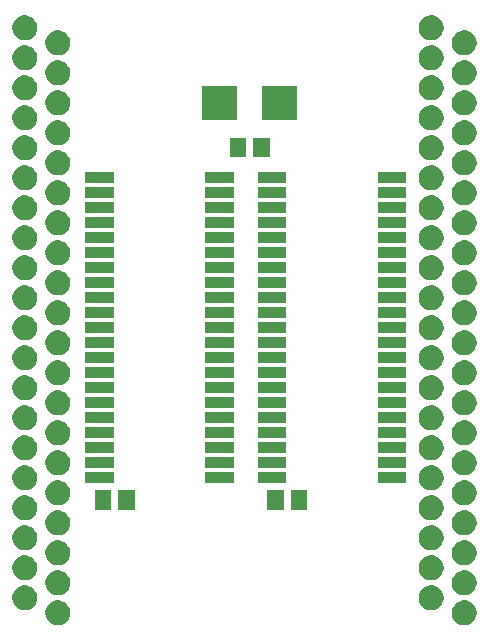
<source format=gts>
G04 #@! TF.GenerationSoftware,KiCad,Pcbnew,(5.0.1-3-g963ef8bb5)*
G04 #@! TF.CreationDate,2019-05-18T06:39:01-07:00*
G04 #@! TF.ProjectId,oakram,6F616B72616D2E6B696361645F706362,3.0*
G04 #@! TF.SameCoordinates,Original*
G04 #@! TF.FileFunction,Soldermask,Top*
G04 #@! TF.FilePolarity,Negative*
%FSLAX46Y46*%
G04 Gerber Fmt 4.6, Leading zero omitted, Abs format (unit mm)*
G04 Created by KiCad (PCBNEW (5.0.1-3-g963ef8bb5)) date Saturday, May 18, 2019 at 06:39:01 AM*
%MOMM*%
%LPD*%
G01*
G04 APERTURE LIST*
%ADD10C,0.100000*%
G04 APERTURE END LIST*
D10*
G36*
X159259888Y-124684470D02*
X159440274Y-124720350D01*
X159631362Y-124799502D01*
X159803336Y-124914411D01*
X159949589Y-125060664D01*
X160064498Y-125232638D01*
X160143650Y-125423726D01*
X160184000Y-125626584D01*
X160184000Y-125833416D01*
X160143650Y-126036274D01*
X160064498Y-126227362D01*
X159949589Y-126399336D01*
X159803336Y-126545589D01*
X159631362Y-126660498D01*
X159440274Y-126739650D01*
X159259888Y-126775530D01*
X159237417Y-126780000D01*
X159030583Y-126780000D01*
X159008112Y-126775530D01*
X158827726Y-126739650D01*
X158636638Y-126660498D01*
X158464664Y-126545589D01*
X158318411Y-126399336D01*
X158203502Y-126227362D01*
X158124350Y-126036274D01*
X158084000Y-125833416D01*
X158084000Y-125626584D01*
X158124350Y-125423726D01*
X158203502Y-125232638D01*
X158318411Y-125060664D01*
X158464664Y-124914411D01*
X158636638Y-124799502D01*
X158827726Y-124720350D01*
X159008112Y-124684470D01*
X159030583Y-124680000D01*
X159237417Y-124680000D01*
X159259888Y-124684470D01*
X159259888Y-124684470D01*
G37*
G36*
X124845888Y-124684470D02*
X125026274Y-124720350D01*
X125217362Y-124799502D01*
X125389336Y-124914411D01*
X125535589Y-125060664D01*
X125650498Y-125232638D01*
X125729650Y-125423726D01*
X125770000Y-125626584D01*
X125770000Y-125833416D01*
X125729650Y-126036274D01*
X125650498Y-126227362D01*
X125535589Y-126399336D01*
X125389336Y-126545589D01*
X125217362Y-126660498D01*
X125026274Y-126739650D01*
X124845888Y-126775530D01*
X124823417Y-126780000D01*
X124616583Y-126780000D01*
X124594112Y-126775530D01*
X124413726Y-126739650D01*
X124222638Y-126660498D01*
X124050664Y-126545589D01*
X123904411Y-126399336D01*
X123789502Y-126227362D01*
X123710350Y-126036274D01*
X123670000Y-125833416D01*
X123670000Y-125626584D01*
X123710350Y-125423726D01*
X123789502Y-125232638D01*
X123904411Y-125060664D01*
X124050664Y-124914411D01*
X124222638Y-124799502D01*
X124413726Y-124720350D01*
X124594112Y-124684470D01*
X124616583Y-124680000D01*
X124823417Y-124680000D01*
X124845888Y-124684470D01*
X124845888Y-124684470D01*
G37*
G36*
X156459888Y-123414470D02*
X156640274Y-123450350D01*
X156831362Y-123529502D01*
X157003336Y-123644411D01*
X157149589Y-123790664D01*
X157264498Y-123962638D01*
X157343650Y-124153726D01*
X157384000Y-124356584D01*
X157384000Y-124563416D01*
X157343650Y-124766274D01*
X157264498Y-124957362D01*
X157149589Y-125129336D01*
X157003336Y-125275589D01*
X156831362Y-125390498D01*
X156640274Y-125469650D01*
X156459888Y-125505530D01*
X156437417Y-125510000D01*
X156230583Y-125510000D01*
X156208112Y-125505530D01*
X156027726Y-125469650D01*
X155836638Y-125390498D01*
X155664664Y-125275589D01*
X155518411Y-125129336D01*
X155403502Y-124957362D01*
X155324350Y-124766274D01*
X155284000Y-124563416D01*
X155284000Y-124356584D01*
X155324350Y-124153726D01*
X155403502Y-123962638D01*
X155518411Y-123790664D01*
X155664664Y-123644411D01*
X155836638Y-123529502D01*
X156027726Y-123450350D01*
X156208112Y-123414470D01*
X156230583Y-123410000D01*
X156437417Y-123410000D01*
X156459888Y-123414470D01*
X156459888Y-123414470D01*
G37*
G36*
X122045888Y-123414470D02*
X122226274Y-123450350D01*
X122417362Y-123529502D01*
X122589336Y-123644411D01*
X122735589Y-123790664D01*
X122850498Y-123962638D01*
X122929650Y-124153726D01*
X122970000Y-124356584D01*
X122970000Y-124563416D01*
X122929650Y-124766274D01*
X122850498Y-124957362D01*
X122735589Y-125129336D01*
X122589336Y-125275589D01*
X122417362Y-125390498D01*
X122226274Y-125469650D01*
X122045888Y-125505530D01*
X122023417Y-125510000D01*
X121816583Y-125510000D01*
X121794112Y-125505530D01*
X121613726Y-125469650D01*
X121422638Y-125390498D01*
X121250664Y-125275589D01*
X121104411Y-125129336D01*
X120989502Y-124957362D01*
X120910350Y-124766274D01*
X120870000Y-124563416D01*
X120870000Y-124356584D01*
X120910350Y-124153726D01*
X120989502Y-123962638D01*
X121104411Y-123790664D01*
X121250664Y-123644411D01*
X121422638Y-123529502D01*
X121613726Y-123450350D01*
X121794112Y-123414470D01*
X121816583Y-123410000D01*
X122023417Y-123410000D01*
X122045888Y-123414470D01*
X122045888Y-123414470D01*
G37*
G36*
X159259888Y-122144470D02*
X159440274Y-122180350D01*
X159631362Y-122259502D01*
X159803336Y-122374411D01*
X159949589Y-122520664D01*
X160064498Y-122692638D01*
X160143650Y-122883726D01*
X160184000Y-123086584D01*
X160184000Y-123293416D01*
X160143650Y-123496274D01*
X160064498Y-123687362D01*
X159949589Y-123859336D01*
X159803336Y-124005589D01*
X159631362Y-124120498D01*
X159440274Y-124199650D01*
X159259888Y-124235530D01*
X159237417Y-124240000D01*
X159030583Y-124240000D01*
X159008112Y-124235530D01*
X158827726Y-124199650D01*
X158636638Y-124120498D01*
X158464664Y-124005589D01*
X158318411Y-123859336D01*
X158203502Y-123687362D01*
X158124350Y-123496274D01*
X158084000Y-123293416D01*
X158084000Y-123086584D01*
X158124350Y-122883726D01*
X158203502Y-122692638D01*
X158318411Y-122520664D01*
X158464664Y-122374411D01*
X158636638Y-122259502D01*
X158827726Y-122180350D01*
X159008112Y-122144470D01*
X159030583Y-122140000D01*
X159237417Y-122140000D01*
X159259888Y-122144470D01*
X159259888Y-122144470D01*
G37*
G36*
X124845888Y-122144470D02*
X125026274Y-122180350D01*
X125217362Y-122259502D01*
X125389336Y-122374411D01*
X125535589Y-122520664D01*
X125650498Y-122692638D01*
X125729650Y-122883726D01*
X125770000Y-123086584D01*
X125770000Y-123293416D01*
X125729650Y-123496274D01*
X125650498Y-123687362D01*
X125535589Y-123859336D01*
X125389336Y-124005589D01*
X125217362Y-124120498D01*
X125026274Y-124199650D01*
X124845888Y-124235530D01*
X124823417Y-124240000D01*
X124616583Y-124240000D01*
X124594112Y-124235530D01*
X124413726Y-124199650D01*
X124222638Y-124120498D01*
X124050664Y-124005589D01*
X123904411Y-123859336D01*
X123789502Y-123687362D01*
X123710350Y-123496274D01*
X123670000Y-123293416D01*
X123670000Y-123086584D01*
X123710350Y-122883726D01*
X123789502Y-122692638D01*
X123904411Y-122520664D01*
X124050664Y-122374411D01*
X124222638Y-122259502D01*
X124413726Y-122180350D01*
X124594112Y-122144470D01*
X124616583Y-122140000D01*
X124823417Y-122140000D01*
X124845888Y-122144470D01*
X124845888Y-122144470D01*
G37*
G36*
X156459888Y-120874470D02*
X156640274Y-120910350D01*
X156831362Y-120989502D01*
X157003336Y-121104411D01*
X157149589Y-121250664D01*
X157264498Y-121422638D01*
X157343650Y-121613726D01*
X157384000Y-121816584D01*
X157384000Y-122023416D01*
X157343650Y-122226274D01*
X157264498Y-122417362D01*
X157149589Y-122589336D01*
X157003336Y-122735589D01*
X156831362Y-122850498D01*
X156640274Y-122929650D01*
X156459888Y-122965530D01*
X156437417Y-122970000D01*
X156230583Y-122970000D01*
X156208112Y-122965530D01*
X156027726Y-122929650D01*
X155836638Y-122850498D01*
X155664664Y-122735589D01*
X155518411Y-122589336D01*
X155403502Y-122417362D01*
X155324350Y-122226274D01*
X155284000Y-122023416D01*
X155284000Y-121816584D01*
X155324350Y-121613726D01*
X155403502Y-121422638D01*
X155518411Y-121250664D01*
X155664664Y-121104411D01*
X155836638Y-120989502D01*
X156027726Y-120910350D01*
X156208112Y-120874470D01*
X156230583Y-120870000D01*
X156437417Y-120870000D01*
X156459888Y-120874470D01*
X156459888Y-120874470D01*
G37*
G36*
X122045888Y-120874470D02*
X122226274Y-120910350D01*
X122417362Y-120989502D01*
X122589336Y-121104411D01*
X122735589Y-121250664D01*
X122850498Y-121422638D01*
X122929650Y-121613726D01*
X122970000Y-121816584D01*
X122970000Y-122023416D01*
X122929650Y-122226274D01*
X122850498Y-122417362D01*
X122735589Y-122589336D01*
X122589336Y-122735589D01*
X122417362Y-122850498D01*
X122226274Y-122929650D01*
X122045888Y-122965530D01*
X122023417Y-122970000D01*
X121816583Y-122970000D01*
X121794112Y-122965530D01*
X121613726Y-122929650D01*
X121422638Y-122850498D01*
X121250664Y-122735589D01*
X121104411Y-122589336D01*
X120989502Y-122417362D01*
X120910350Y-122226274D01*
X120870000Y-122023416D01*
X120870000Y-121816584D01*
X120910350Y-121613726D01*
X120989502Y-121422638D01*
X121104411Y-121250664D01*
X121250664Y-121104411D01*
X121422638Y-120989502D01*
X121613726Y-120910350D01*
X121794112Y-120874470D01*
X121816583Y-120870000D01*
X122023417Y-120870000D01*
X122045888Y-120874470D01*
X122045888Y-120874470D01*
G37*
G36*
X159259888Y-119604470D02*
X159440274Y-119640350D01*
X159631362Y-119719502D01*
X159803336Y-119834411D01*
X159949589Y-119980664D01*
X160064498Y-120152638D01*
X160143650Y-120343726D01*
X160184000Y-120546584D01*
X160184000Y-120753416D01*
X160143650Y-120956274D01*
X160064498Y-121147362D01*
X159949589Y-121319336D01*
X159803336Y-121465589D01*
X159631362Y-121580498D01*
X159440274Y-121659650D01*
X159259888Y-121695530D01*
X159237417Y-121700000D01*
X159030583Y-121700000D01*
X159008112Y-121695530D01*
X158827726Y-121659650D01*
X158636638Y-121580498D01*
X158464664Y-121465589D01*
X158318411Y-121319336D01*
X158203502Y-121147362D01*
X158124350Y-120956274D01*
X158084000Y-120753416D01*
X158084000Y-120546584D01*
X158124350Y-120343726D01*
X158203502Y-120152638D01*
X158318411Y-119980664D01*
X158464664Y-119834411D01*
X158636638Y-119719502D01*
X158827726Y-119640350D01*
X159008112Y-119604470D01*
X159030583Y-119600000D01*
X159237417Y-119600000D01*
X159259888Y-119604470D01*
X159259888Y-119604470D01*
G37*
G36*
X124845888Y-119604470D02*
X125026274Y-119640350D01*
X125217362Y-119719502D01*
X125389336Y-119834411D01*
X125535589Y-119980664D01*
X125650498Y-120152638D01*
X125729650Y-120343726D01*
X125770000Y-120546584D01*
X125770000Y-120753416D01*
X125729650Y-120956274D01*
X125650498Y-121147362D01*
X125535589Y-121319336D01*
X125389336Y-121465589D01*
X125217362Y-121580498D01*
X125026274Y-121659650D01*
X124845888Y-121695530D01*
X124823417Y-121700000D01*
X124616583Y-121700000D01*
X124594112Y-121695530D01*
X124413726Y-121659650D01*
X124222638Y-121580498D01*
X124050664Y-121465589D01*
X123904411Y-121319336D01*
X123789502Y-121147362D01*
X123710350Y-120956274D01*
X123670000Y-120753416D01*
X123670000Y-120546584D01*
X123710350Y-120343726D01*
X123789502Y-120152638D01*
X123904411Y-119980664D01*
X124050664Y-119834411D01*
X124222638Y-119719502D01*
X124413726Y-119640350D01*
X124594112Y-119604470D01*
X124616583Y-119600000D01*
X124823417Y-119600000D01*
X124845888Y-119604470D01*
X124845888Y-119604470D01*
G37*
G36*
X156459888Y-118334470D02*
X156640274Y-118370350D01*
X156831362Y-118449502D01*
X157003336Y-118564411D01*
X157149589Y-118710664D01*
X157264498Y-118882638D01*
X157343650Y-119073726D01*
X157384000Y-119276584D01*
X157384000Y-119483416D01*
X157343650Y-119686274D01*
X157264498Y-119877362D01*
X157149589Y-120049336D01*
X157003336Y-120195589D01*
X156831362Y-120310498D01*
X156640274Y-120389650D01*
X156459888Y-120425530D01*
X156437417Y-120430000D01*
X156230583Y-120430000D01*
X156208112Y-120425530D01*
X156027726Y-120389650D01*
X155836638Y-120310498D01*
X155664664Y-120195589D01*
X155518411Y-120049336D01*
X155403502Y-119877362D01*
X155324350Y-119686274D01*
X155284000Y-119483416D01*
X155284000Y-119276584D01*
X155324350Y-119073726D01*
X155403502Y-118882638D01*
X155518411Y-118710664D01*
X155664664Y-118564411D01*
X155836638Y-118449502D01*
X156027726Y-118370350D01*
X156208112Y-118334470D01*
X156230583Y-118330000D01*
X156437417Y-118330000D01*
X156459888Y-118334470D01*
X156459888Y-118334470D01*
G37*
G36*
X122045888Y-118334470D02*
X122226274Y-118370350D01*
X122417362Y-118449502D01*
X122589336Y-118564411D01*
X122735589Y-118710664D01*
X122850498Y-118882638D01*
X122929650Y-119073726D01*
X122970000Y-119276584D01*
X122970000Y-119483416D01*
X122929650Y-119686274D01*
X122850498Y-119877362D01*
X122735589Y-120049336D01*
X122589336Y-120195589D01*
X122417362Y-120310498D01*
X122226274Y-120389650D01*
X122045888Y-120425530D01*
X122023417Y-120430000D01*
X121816583Y-120430000D01*
X121794112Y-120425530D01*
X121613726Y-120389650D01*
X121422638Y-120310498D01*
X121250664Y-120195589D01*
X121104411Y-120049336D01*
X120989502Y-119877362D01*
X120910350Y-119686274D01*
X120870000Y-119483416D01*
X120870000Y-119276584D01*
X120910350Y-119073726D01*
X120989502Y-118882638D01*
X121104411Y-118710664D01*
X121250664Y-118564411D01*
X121422638Y-118449502D01*
X121613726Y-118370350D01*
X121794112Y-118334470D01*
X121816583Y-118330000D01*
X122023417Y-118330000D01*
X122045888Y-118334470D01*
X122045888Y-118334470D01*
G37*
G36*
X159259888Y-117064470D02*
X159440274Y-117100350D01*
X159631362Y-117179502D01*
X159803336Y-117294411D01*
X159949589Y-117440664D01*
X160064498Y-117612638D01*
X160143650Y-117803726D01*
X160184000Y-118006584D01*
X160184000Y-118213416D01*
X160143650Y-118416274D01*
X160064498Y-118607362D01*
X159949589Y-118779336D01*
X159803336Y-118925589D01*
X159631362Y-119040498D01*
X159440274Y-119119650D01*
X159259888Y-119155530D01*
X159237417Y-119160000D01*
X159030583Y-119160000D01*
X159008112Y-119155530D01*
X158827726Y-119119650D01*
X158636638Y-119040498D01*
X158464664Y-118925589D01*
X158318411Y-118779336D01*
X158203502Y-118607362D01*
X158124350Y-118416274D01*
X158084000Y-118213416D01*
X158084000Y-118006584D01*
X158124350Y-117803726D01*
X158203502Y-117612638D01*
X158318411Y-117440664D01*
X158464664Y-117294411D01*
X158636638Y-117179502D01*
X158827726Y-117100350D01*
X159008112Y-117064470D01*
X159030583Y-117060000D01*
X159237417Y-117060000D01*
X159259888Y-117064470D01*
X159259888Y-117064470D01*
G37*
G36*
X124845888Y-117064470D02*
X125026274Y-117100350D01*
X125217362Y-117179502D01*
X125389336Y-117294411D01*
X125535589Y-117440664D01*
X125650498Y-117612638D01*
X125729650Y-117803726D01*
X125770000Y-118006584D01*
X125770000Y-118213416D01*
X125729650Y-118416274D01*
X125650498Y-118607362D01*
X125535589Y-118779336D01*
X125389336Y-118925589D01*
X125217362Y-119040498D01*
X125026274Y-119119650D01*
X124845888Y-119155530D01*
X124823417Y-119160000D01*
X124616583Y-119160000D01*
X124594112Y-119155530D01*
X124413726Y-119119650D01*
X124222638Y-119040498D01*
X124050664Y-118925589D01*
X123904411Y-118779336D01*
X123789502Y-118607362D01*
X123710350Y-118416274D01*
X123670000Y-118213416D01*
X123670000Y-118006584D01*
X123710350Y-117803726D01*
X123789502Y-117612638D01*
X123904411Y-117440664D01*
X124050664Y-117294411D01*
X124222638Y-117179502D01*
X124413726Y-117100350D01*
X124594112Y-117064470D01*
X124616583Y-117060000D01*
X124823417Y-117060000D01*
X124845888Y-117064470D01*
X124845888Y-117064470D01*
G37*
G36*
X156459888Y-115794470D02*
X156640274Y-115830350D01*
X156831362Y-115909502D01*
X157003336Y-116024411D01*
X157149589Y-116170664D01*
X157264498Y-116342638D01*
X157343650Y-116533726D01*
X157384000Y-116736584D01*
X157384000Y-116943416D01*
X157343650Y-117146274D01*
X157264498Y-117337362D01*
X157149589Y-117509336D01*
X157003336Y-117655589D01*
X156831362Y-117770498D01*
X156640274Y-117849650D01*
X156459888Y-117885530D01*
X156437417Y-117890000D01*
X156230583Y-117890000D01*
X156208112Y-117885530D01*
X156027726Y-117849650D01*
X155836638Y-117770498D01*
X155664664Y-117655589D01*
X155518411Y-117509336D01*
X155403502Y-117337362D01*
X155324350Y-117146274D01*
X155284000Y-116943416D01*
X155284000Y-116736584D01*
X155324350Y-116533726D01*
X155403502Y-116342638D01*
X155518411Y-116170664D01*
X155664664Y-116024411D01*
X155836638Y-115909502D01*
X156027726Y-115830350D01*
X156208112Y-115794470D01*
X156230583Y-115790000D01*
X156437417Y-115790000D01*
X156459888Y-115794470D01*
X156459888Y-115794470D01*
G37*
G36*
X122045888Y-115794470D02*
X122226274Y-115830350D01*
X122417362Y-115909502D01*
X122589336Y-116024411D01*
X122735589Y-116170664D01*
X122850498Y-116342638D01*
X122929650Y-116533726D01*
X122970000Y-116736584D01*
X122970000Y-116943416D01*
X122929650Y-117146274D01*
X122850498Y-117337362D01*
X122735589Y-117509336D01*
X122589336Y-117655589D01*
X122417362Y-117770498D01*
X122226274Y-117849650D01*
X122045888Y-117885530D01*
X122023417Y-117890000D01*
X121816583Y-117890000D01*
X121794112Y-117885530D01*
X121613726Y-117849650D01*
X121422638Y-117770498D01*
X121250664Y-117655589D01*
X121104411Y-117509336D01*
X120989502Y-117337362D01*
X120910350Y-117146274D01*
X120870000Y-116943416D01*
X120870000Y-116736584D01*
X120910350Y-116533726D01*
X120989502Y-116342638D01*
X121104411Y-116170664D01*
X121250664Y-116024411D01*
X121422638Y-115909502D01*
X121613726Y-115830350D01*
X121794112Y-115794470D01*
X121816583Y-115790000D01*
X122023417Y-115790000D01*
X122045888Y-115794470D01*
X122045888Y-115794470D01*
G37*
G36*
X143845000Y-117030000D02*
X142445000Y-117030000D01*
X142445000Y-115380000D01*
X143845000Y-115380000D01*
X143845000Y-117030000D01*
X143845000Y-117030000D01*
G37*
G36*
X145845000Y-117030000D02*
X144445000Y-117030000D01*
X144445000Y-115380000D01*
X145845000Y-115380000D01*
X145845000Y-117030000D01*
X145845000Y-117030000D01*
G37*
G36*
X129240000Y-117030000D02*
X127840000Y-117030000D01*
X127840000Y-115380000D01*
X129240000Y-115380000D01*
X129240000Y-117030000D01*
X129240000Y-117030000D01*
G37*
G36*
X131240000Y-117030000D02*
X129840000Y-117030000D01*
X129840000Y-115380000D01*
X131240000Y-115380000D01*
X131240000Y-117030000D01*
X131240000Y-117030000D01*
G37*
G36*
X124845888Y-114524470D02*
X125026274Y-114560350D01*
X125217362Y-114639502D01*
X125389336Y-114754411D01*
X125535589Y-114900664D01*
X125650498Y-115072638D01*
X125729650Y-115263726D01*
X125770000Y-115466584D01*
X125770000Y-115673416D01*
X125729650Y-115876274D01*
X125650498Y-116067362D01*
X125535589Y-116239336D01*
X125389336Y-116385589D01*
X125217362Y-116500498D01*
X125026274Y-116579650D01*
X124845888Y-116615530D01*
X124823417Y-116620000D01*
X124616583Y-116620000D01*
X124594112Y-116615530D01*
X124413726Y-116579650D01*
X124222638Y-116500498D01*
X124050664Y-116385589D01*
X123904411Y-116239336D01*
X123789502Y-116067362D01*
X123710350Y-115876274D01*
X123670000Y-115673416D01*
X123670000Y-115466584D01*
X123710350Y-115263726D01*
X123789502Y-115072638D01*
X123904411Y-114900664D01*
X124050664Y-114754411D01*
X124222638Y-114639502D01*
X124413726Y-114560350D01*
X124594112Y-114524470D01*
X124616583Y-114520000D01*
X124823417Y-114520000D01*
X124845888Y-114524470D01*
X124845888Y-114524470D01*
G37*
G36*
X159259888Y-114524470D02*
X159440274Y-114560350D01*
X159631362Y-114639502D01*
X159803336Y-114754411D01*
X159949589Y-114900664D01*
X160064498Y-115072638D01*
X160143650Y-115263726D01*
X160184000Y-115466584D01*
X160184000Y-115673416D01*
X160143650Y-115876274D01*
X160064498Y-116067362D01*
X159949589Y-116239336D01*
X159803336Y-116385589D01*
X159631362Y-116500498D01*
X159440274Y-116579650D01*
X159259888Y-116615530D01*
X159237417Y-116620000D01*
X159030583Y-116620000D01*
X159008112Y-116615530D01*
X158827726Y-116579650D01*
X158636638Y-116500498D01*
X158464664Y-116385589D01*
X158318411Y-116239336D01*
X158203502Y-116067362D01*
X158124350Y-115876274D01*
X158084000Y-115673416D01*
X158084000Y-115466584D01*
X158124350Y-115263726D01*
X158203502Y-115072638D01*
X158318411Y-114900664D01*
X158464664Y-114754411D01*
X158636638Y-114639502D01*
X158827726Y-114560350D01*
X159008112Y-114524470D01*
X159030583Y-114520000D01*
X159237417Y-114520000D01*
X159259888Y-114524470D01*
X159259888Y-114524470D01*
G37*
G36*
X156459888Y-113254470D02*
X156640274Y-113290350D01*
X156831362Y-113369502D01*
X157003336Y-113484411D01*
X157149589Y-113630664D01*
X157264498Y-113802638D01*
X157343650Y-113993726D01*
X157384000Y-114196584D01*
X157384000Y-114403416D01*
X157343650Y-114606274D01*
X157264498Y-114797362D01*
X157149589Y-114969336D01*
X157003336Y-115115589D01*
X156831362Y-115230498D01*
X156640274Y-115309650D01*
X156459888Y-115345530D01*
X156437417Y-115350000D01*
X156230583Y-115350000D01*
X156208112Y-115345530D01*
X156027726Y-115309650D01*
X155836638Y-115230498D01*
X155664664Y-115115589D01*
X155518411Y-114969336D01*
X155403502Y-114797362D01*
X155324350Y-114606274D01*
X155284000Y-114403416D01*
X155284000Y-114196584D01*
X155324350Y-113993726D01*
X155403502Y-113802638D01*
X155518411Y-113630664D01*
X155664664Y-113484411D01*
X155836638Y-113369502D01*
X156027726Y-113290350D01*
X156208112Y-113254470D01*
X156230583Y-113250000D01*
X156437417Y-113250000D01*
X156459888Y-113254470D01*
X156459888Y-113254470D01*
G37*
G36*
X122045888Y-113254470D02*
X122226274Y-113290350D01*
X122417362Y-113369502D01*
X122589336Y-113484411D01*
X122735589Y-113630664D01*
X122850498Y-113802638D01*
X122929650Y-113993726D01*
X122970000Y-114196584D01*
X122970000Y-114403416D01*
X122929650Y-114606274D01*
X122850498Y-114797362D01*
X122735589Y-114969336D01*
X122589336Y-115115589D01*
X122417362Y-115230498D01*
X122226274Y-115309650D01*
X122045888Y-115345530D01*
X122023417Y-115350000D01*
X121816583Y-115350000D01*
X121794112Y-115345530D01*
X121613726Y-115309650D01*
X121422638Y-115230498D01*
X121250664Y-115115589D01*
X121104411Y-114969336D01*
X120989502Y-114797362D01*
X120910350Y-114606274D01*
X120870000Y-114403416D01*
X120870000Y-114196584D01*
X120910350Y-113993726D01*
X120989502Y-113802638D01*
X121104411Y-113630664D01*
X121250664Y-113484411D01*
X121422638Y-113369502D01*
X121613726Y-113290350D01*
X121794112Y-113254470D01*
X121816583Y-113250000D01*
X122023417Y-113250000D01*
X122045888Y-113254470D01*
X122045888Y-113254470D01*
G37*
G36*
X154251000Y-114754000D02*
X151819000Y-114754000D01*
X151819000Y-113846000D01*
X154251000Y-113846000D01*
X154251000Y-114754000D01*
X154251000Y-114754000D01*
G37*
G36*
X144091000Y-114754000D02*
X141659000Y-114754000D01*
X141659000Y-113846000D01*
X144091000Y-113846000D01*
X144091000Y-114754000D01*
X144091000Y-114754000D01*
G37*
G36*
X139646000Y-114754000D02*
X137214000Y-114754000D01*
X137214000Y-113846000D01*
X139646000Y-113846000D01*
X139646000Y-114754000D01*
X139646000Y-114754000D01*
G37*
G36*
X129486000Y-114754000D02*
X127054000Y-114754000D01*
X127054000Y-113846000D01*
X129486000Y-113846000D01*
X129486000Y-114754000D01*
X129486000Y-114754000D01*
G37*
G36*
X159259888Y-111984470D02*
X159440274Y-112020350D01*
X159631362Y-112099502D01*
X159803336Y-112214411D01*
X159949589Y-112360664D01*
X160064498Y-112532638D01*
X160143650Y-112723726D01*
X160184000Y-112926584D01*
X160184000Y-113133416D01*
X160143650Y-113336274D01*
X160064498Y-113527362D01*
X159949589Y-113699336D01*
X159803336Y-113845589D01*
X159631362Y-113960498D01*
X159440274Y-114039650D01*
X159259888Y-114075530D01*
X159237417Y-114080000D01*
X159030583Y-114080000D01*
X159008112Y-114075530D01*
X158827726Y-114039650D01*
X158636638Y-113960498D01*
X158464664Y-113845589D01*
X158318411Y-113699336D01*
X158203502Y-113527362D01*
X158124350Y-113336274D01*
X158084000Y-113133416D01*
X158084000Y-112926584D01*
X158124350Y-112723726D01*
X158203502Y-112532638D01*
X158318411Y-112360664D01*
X158464664Y-112214411D01*
X158636638Y-112099502D01*
X158827726Y-112020350D01*
X159008112Y-111984470D01*
X159030583Y-111980000D01*
X159237417Y-111980000D01*
X159259888Y-111984470D01*
X159259888Y-111984470D01*
G37*
G36*
X124845888Y-111984470D02*
X125026274Y-112020350D01*
X125217362Y-112099502D01*
X125389336Y-112214411D01*
X125535589Y-112360664D01*
X125650498Y-112532638D01*
X125729650Y-112723726D01*
X125770000Y-112926584D01*
X125770000Y-113133416D01*
X125729650Y-113336274D01*
X125650498Y-113527362D01*
X125535589Y-113699336D01*
X125389336Y-113845589D01*
X125217362Y-113960498D01*
X125026274Y-114039650D01*
X124845888Y-114075530D01*
X124823417Y-114080000D01*
X124616583Y-114080000D01*
X124594112Y-114075530D01*
X124413726Y-114039650D01*
X124222638Y-113960498D01*
X124050664Y-113845589D01*
X123904411Y-113699336D01*
X123789502Y-113527362D01*
X123710350Y-113336274D01*
X123670000Y-113133416D01*
X123670000Y-112926584D01*
X123710350Y-112723726D01*
X123789502Y-112532638D01*
X123904411Y-112360664D01*
X124050664Y-112214411D01*
X124222638Y-112099502D01*
X124413726Y-112020350D01*
X124594112Y-111984470D01*
X124616583Y-111980000D01*
X124823417Y-111980000D01*
X124845888Y-111984470D01*
X124845888Y-111984470D01*
G37*
G36*
X129486000Y-113484000D02*
X127054000Y-113484000D01*
X127054000Y-112576000D01*
X129486000Y-112576000D01*
X129486000Y-113484000D01*
X129486000Y-113484000D01*
G37*
G36*
X144091000Y-113484000D02*
X141659000Y-113484000D01*
X141659000Y-112576000D01*
X144091000Y-112576000D01*
X144091000Y-113484000D01*
X144091000Y-113484000D01*
G37*
G36*
X154251000Y-113484000D02*
X151819000Y-113484000D01*
X151819000Y-112576000D01*
X154251000Y-112576000D01*
X154251000Y-113484000D01*
X154251000Y-113484000D01*
G37*
G36*
X139646000Y-113484000D02*
X137214000Y-113484000D01*
X137214000Y-112576000D01*
X139646000Y-112576000D01*
X139646000Y-113484000D01*
X139646000Y-113484000D01*
G37*
G36*
X156459888Y-110714470D02*
X156640274Y-110750350D01*
X156831362Y-110829502D01*
X157003336Y-110944411D01*
X157149589Y-111090664D01*
X157264498Y-111262638D01*
X157343650Y-111453726D01*
X157384000Y-111656584D01*
X157384000Y-111863416D01*
X157343650Y-112066274D01*
X157264498Y-112257362D01*
X157149589Y-112429336D01*
X157003336Y-112575589D01*
X156831362Y-112690498D01*
X156640274Y-112769650D01*
X156459888Y-112805530D01*
X156437417Y-112810000D01*
X156230583Y-112810000D01*
X156208112Y-112805530D01*
X156027726Y-112769650D01*
X155836638Y-112690498D01*
X155664664Y-112575589D01*
X155518411Y-112429336D01*
X155403502Y-112257362D01*
X155324350Y-112066274D01*
X155284000Y-111863416D01*
X155284000Y-111656584D01*
X155324350Y-111453726D01*
X155403502Y-111262638D01*
X155518411Y-111090664D01*
X155664664Y-110944411D01*
X155836638Y-110829502D01*
X156027726Y-110750350D01*
X156208112Y-110714470D01*
X156230583Y-110710000D01*
X156437417Y-110710000D01*
X156459888Y-110714470D01*
X156459888Y-110714470D01*
G37*
G36*
X122045888Y-110714470D02*
X122226274Y-110750350D01*
X122417362Y-110829502D01*
X122589336Y-110944411D01*
X122735589Y-111090664D01*
X122850498Y-111262638D01*
X122929650Y-111453726D01*
X122970000Y-111656584D01*
X122970000Y-111863416D01*
X122929650Y-112066274D01*
X122850498Y-112257362D01*
X122735589Y-112429336D01*
X122589336Y-112575589D01*
X122417362Y-112690498D01*
X122226274Y-112769650D01*
X122045888Y-112805530D01*
X122023417Y-112810000D01*
X121816583Y-112810000D01*
X121794112Y-112805530D01*
X121613726Y-112769650D01*
X121422638Y-112690498D01*
X121250664Y-112575589D01*
X121104411Y-112429336D01*
X120989502Y-112257362D01*
X120910350Y-112066274D01*
X120870000Y-111863416D01*
X120870000Y-111656584D01*
X120910350Y-111453726D01*
X120989502Y-111262638D01*
X121104411Y-111090664D01*
X121250664Y-110944411D01*
X121422638Y-110829502D01*
X121613726Y-110750350D01*
X121794112Y-110714470D01*
X121816583Y-110710000D01*
X122023417Y-110710000D01*
X122045888Y-110714470D01*
X122045888Y-110714470D01*
G37*
G36*
X144091000Y-112214000D02*
X141659000Y-112214000D01*
X141659000Y-111306000D01*
X144091000Y-111306000D01*
X144091000Y-112214000D01*
X144091000Y-112214000D01*
G37*
G36*
X154251000Y-112214000D02*
X151819000Y-112214000D01*
X151819000Y-111306000D01*
X154251000Y-111306000D01*
X154251000Y-112214000D01*
X154251000Y-112214000D01*
G37*
G36*
X139646000Y-112214000D02*
X137214000Y-112214000D01*
X137214000Y-111306000D01*
X139646000Y-111306000D01*
X139646000Y-112214000D01*
X139646000Y-112214000D01*
G37*
G36*
X129486000Y-112214000D02*
X127054000Y-112214000D01*
X127054000Y-111306000D01*
X129486000Y-111306000D01*
X129486000Y-112214000D01*
X129486000Y-112214000D01*
G37*
G36*
X159259888Y-109444470D02*
X159440274Y-109480350D01*
X159631362Y-109559502D01*
X159803336Y-109674411D01*
X159949589Y-109820664D01*
X160064498Y-109992638D01*
X160143650Y-110183726D01*
X160184000Y-110386584D01*
X160184000Y-110593416D01*
X160143650Y-110796274D01*
X160064498Y-110987362D01*
X159949589Y-111159336D01*
X159803336Y-111305589D01*
X159631362Y-111420498D01*
X159440274Y-111499650D01*
X159259888Y-111535530D01*
X159237417Y-111540000D01*
X159030583Y-111540000D01*
X159008112Y-111535530D01*
X158827726Y-111499650D01*
X158636638Y-111420498D01*
X158464664Y-111305589D01*
X158318411Y-111159336D01*
X158203502Y-110987362D01*
X158124350Y-110796274D01*
X158084000Y-110593416D01*
X158084000Y-110386584D01*
X158124350Y-110183726D01*
X158203502Y-109992638D01*
X158318411Y-109820664D01*
X158464664Y-109674411D01*
X158636638Y-109559502D01*
X158827726Y-109480350D01*
X159008112Y-109444470D01*
X159030583Y-109440000D01*
X159237417Y-109440000D01*
X159259888Y-109444470D01*
X159259888Y-109444470D01*
G37*
G36*
X124845888Y-109444470D02*
X125026274Y-109480350D01*
X125217362Y-109559502D01*
X125389336Y-109674411D01*
X125535589Y-109820664D01*
X125650498Y-109992638D01*
X125729650Y-110183726D01*
X125770000Y-110386584D01*
X125770000Y-110593416D01*
X125729650Y-110796274D01*
X125650498Y-110987362D01*
X125535589Y-111159336D01*
X125389336Y-111305589D01*
X125217362Y-111420498D01*
X125026274Y-111499650D01*
X124845888Y-111535530D01*
X124823417Y-111540000D01*
X124616583Y-111540000D01*
X124594112Y-111535530D01*
X124413726Y-111499650D01*
X124222638Y-111420498D01*
X124050664Y-111305589D01*
X123904411Y-111159336D01*
X123789502Y-110987362D01*
X123710350Y-110796274D01*
X123670000Y-110593416D01*
X123670000Y-110386584D01*
X123710350Y-110183726D01*
X123789502Y-109992638D01*
X123904411Y-109820664D01*
X124050664Y-109674411D01*
X124222638Y-109559502D01*
X124413726Y-109480350D01*
X124594112Y-109444470D01*
X124616583Y-109440000D01*
X124823417Y-109440000D01*
X124845888Y-109444470D01*
X124845888Y-109444470D01*
G37*
G36*
X154251000Y-110944000D02*
X151819000Y-110944000D01*
X151819000Y-110036000D01*
X154251000Y-110036000D01*
X154251000Y-110944000D01*
X154251000Y-110944000D01*
G37*
G36*
X144091000Y-110944000D02*
X141659000Y-110944000D01*
X141659000Y-110036000D01*
X144091000Y-110036000D01*
X144091000Y-110944000D01*
X144091000Y-110944000D01*
G37*
G36*
X139646000Y-110944000D02*
X137214000Y-110944000D01*
X137214000Y-110036000D01*
X139646000Y-110036000D01*
X139646000Y-110944000D01*
X139646000Y-110944000D01*
G37*
G36*
X129486000Y-110944000D02*
X127054000Y-110944000D01*
X127054000Y-110036000D01*
X129486000Y-110036000D01*
X129486000Y-110944000D01*
X129486000Y-110944000D01*
G37*
G36*
X156459888Y-108174470D02*
X156640274Y-108210350D01*
X156831362Y-108289502D01*
X157003336Y-108404411D01*
X157149589Y-108550664D01*
X157264498Y-108722638D01*
X157343650Y-108913726D01*
X157384000Y-109116584D01*
X157384000Y-109323416D01*
X157343650Y-109526274D01*
X157264498Y-109717362D01*
X157149589Y-109889336D01*
X157003336Y-110035589D01*
X156831362Y-110150498D01*
X156640274Y-110229650D01*
X156459888Y-110265530D01*
X156437417Y-110270000D01*
X156230583Y-110270000D01*
X156208112Y-110265530D01*
X156027726Y-110229650D01*
X155836638Y-110150498D01*
X155664664Y-110035589D01*
X155518411Y-109889336D01*
X155403502Y-109717362D01*
X155324350Y-109526274D01*
X155284000Y-109323416D01*
X155284000Y-109116584D01*
X155324350Y-108913726D01*
X155403502Y-108722638D01*
X155518411Y-108550664D01*
X155664664Y-108404411D01*
X155836638Y-108289502D01*
X156027726Y-108210350D01*
X156208112Y-108174470D01*
X156230583Y-108170000D01*
X156437417Y-108170000D01*
X156459888Y-108174470D01*
X156459888Y-108174470D01*
G37*
G36*
X122045888Y-108174470D02*
X122226274Y-108210350D01*
X122417362Y-108289502D01*
X122589336Y-108404411D01*
X122735589Y-108550664D01*
X122850498Y-108722638D01*
X122929650Y-108913726D01*
X122970000Y-109116584D01*
X122970000Y-109323416D01*
X122929650Y-109526274D01*
X122850498Y-109717362D01*
X122735589Y-109889336D01*
X122589336Y-110035589D01*
X122417362Y-110150498D01*
X122226274Y-110229650D01*
X122045888Y-110265530D01*
X122023417Y-110270000D01*
X121816583Y-110270000D01*
X121794112Y-110265530D01*
X121613726Y-110229650D01*
X121422638Y-110150498D01*
X121250664Y-110035589D01*
X121104411Y-109889336D01*
X120989502Y-109717362D01*
X120910350Y-109526274D01*
X120870000Y-109323416D01*
X120870000Y-109116584D01*
X120910350Y-108913726D01*
X120989502Y-108722638D01*
X121104411Y-108550664D01*
X121250664Y-108404411D01*
X121422638Y-108289502D01*
X121613726Y-108210350D01*
X121794112Y-108174470D01*
X121816583Y-108170000D01*
X122023417Y-108170000D01*
X122045888Y-108174470D01*
X122045888Y-108174470D01*
G37*
G36*
X129486000Y-109674000D02*
X127054000Y-109674000D01*
X127054000Y-108766000D01*
X129486000Y-108766000D01*
X129486000Y-109674000D01*
X129486000Y-109674000D01*
G37*
G36*
X154251000Y-109674000D02*
X151819000Y-109674000D01*
X151819000Y-108766000D01*
X154251000Y-108766000D01*
X154251000Y-109674000D01*
X154251000Y-109674000D01*
G37*
G36*
X144091000Y-109674000D02*
X141659000Y-109674000D01*
X141659000Y-108766000D01*
X144091000Y-108766000D01*
X144091000Y-109674000D01*
X144091000Y-109674000D01*
G37*
G36*
X139646000Y-109674000D02*
X137214000Y-109674000D01*
X137214000Y-108766000D01*
X139646000Y-108766000D01*
X139646000Y-109674000D01*
X139646000Y-109674000D01*
G37*
G36*
X159259888Y-106904470D02*
X159440274Y-106940350D01*
X159631362Y-107019502D01*
X159803336Y-107134411D01*
X159949589Y-107280664D01*
X160064498Y-107452638D01*
X160143650Y-107643726D01*
X160184000Y-107846584D01*
X160184000Y-108053416D01*
X160143650Y-108256274D01*
X160064498Y-108447362D01*
X159949589Y-108619336D01*
X159803336Y-108765589D01*
X159631362Y-108880498D01*
X159440274Y-108959650D01*
X159259888Y-108995530D01*
X159237417Y-109000000D01*
X159030583Y-109000000D01*
X159008112Y-108995530D01*
X158827726Y-108959650D01*
X158636638Y-108880498D01*
X158464664Y-108765589D01*
X158318411Y-108619336D01*
X158203502Y-108447362D01*
X158124350Y-108256274D01*
X158084000Y-108053416D01*
X158084000Y-107846584D01*
X158124350Y-107643726D01*
X158203502Y-107452638D01*
X158318411Y-107280664D01*
X158464664Y-107134411D01*
X158636638Y-107019502D01*
X158827726Y-106940350D01*
X159008112Y-106904470D01*
X159030583Y-106900000D01*
X159237417Y-106900000D01*
X159259888Y-106904470D01*
X159259888Y-106904470D01*
G37*
G36*
X124845888Y-106904470D02*
X125026274Y-106940350D01*
X125217362Y-107019502D01*
X125389336Y-107134411D01*
X125535589Y-107280664D01*
X125650498Y-107452638D01*
X125729650Y-107643726D01*
X125770000Y-107846584D01*
X125770000Y-108053416D01*
X125729650Y-108256274D01*
X125650498Y-108447362D01*
X125535589Y-108619336D01*
X125389336Y-108765589D01*
X125217362Y-108880498D01*
X125026274Y-108959650D01*
X124845888Y-108995530D01*
X124823417Y-109000000D01*
X124616583Y-109000000D01*
X124594112Y-108995530D01*
X124413726Y-108959650D01*
X124222638Y-108880498D01*
X124050664Y-108765589D01*
X123904411Y-108619336D01*
X123789502Y-108447362D01*
X123710350Y-108256274D01*
X123670000Y-108053416D01*
X123670000Y-107846584D01*
X123710350Y-107643726D01*
X123789502Y-107452638D01*
X123904411Y-107280664D01*
X124050664Y-107134411D01*
X124222638Y-107019502D01*
X124413726Y-106940350D01*
X124594112Y-106904470D01*
X124616583Y-106900000D01*
X124823417Y-106900000D01*
X124845888Y-106904470D01*
X124845888Y-106904470D01*
G37*
G36*
X144091000Y-108404000D02*
X141659000Y-108404000D01*
X141659000Y-107496000D01*
X144091000Y-107496000D01*
X144091000Y-108404000D01*
X144091000Y-108404000D01*
G37*
G36*
X139646000Y-108404000D02*
X137214000Y-108404000D01*
X137214000Y-107496000D01*
X139646000Y-107496000D01*
X139646000Y-108404000D01*
X139646000Y-108404000D01*
G37*
G36*
X129486000Y-108404000D02*
X127054000Y-108404000D01*
X127054000Y-107496000D01*
X129486000Y-107496000D01*
X129486000Y-108404000D01*
X129486000Y-108404000D01*
G37*
G36*
X154251000Y-108404000D02*
X151819000Y-108404000D01*
X151819000Y-107496000D01*
X154251000Y-107496000D01*
X154251000Y-108404000D01*
X154251000Y-108404000D01*
G37*
G36*
X156459888Y-105634470D02*
X156640274Y-105670350D01*
X156831362Y-105749502D01*
X157003336Y-105864411D01*
X157149589Y-106010664D01*
X157264498Y-106182638D01*
X157343650Y-106373726D01*
X157384000Y-106576584D01*
X157384000Y-106783416D01*
X157343650Y-106986274D01*
X157264498Y-107177362D01*
X157149589Y-107349336D01*
X157003336Y-107495589D01*
X156831362Y-107610498D01*
X156640274Y-107689650D01*
X156459888Y-107725530D01*
X156437417Y-107730000D01*
X156230583Y-107730000D01*
X156208112Y-107725530D01*
X156027726Y-107689650D01*
X155836638Y-107610498D01*
X155664664Y-107495589D01*
X155518411Y-107349336D01*
X155403502Y-107177362D01*
X155324350Y-106986274D01*
X155284000Y-106783416D01*
X155284000Y-106576584D01*
X155324350Y-106373726D01*
X155403502Y-106182638D01*
X155518411Y-106010664D01*
X155664664Y-105864411D01*
X155836638Y-105749502D01*
X156027726Y-105670350D01*
X156208112Y-105634470D01*
X156230583Y-105630000D01*
X156437417Y-105630000D01*
X156459888Y-105634470D01*
X156459888Y-105634470D01*
G37*
G36*
X122045888Y-105634470D02*
X122226274Y-105670350D01*
X122417362Y-105749502D01*
X122589336Y-105864411D01*
X122735589Y-106010664D01*
X122850498Y-106182638D01*
X122929650Y-106373726D01*
X122970000Y-106576584D01*
X122970000Y-106783416D01*
X122929650Y-106986274D01*
X122850498Y-107177362D01*
X122735589Y-107349336D01*
X122589336Y-107495589D01*
X122417362Y-107610498D01*
X122226274Y-107689650D01*
X122045888Y-107725530D01*
X122023417Y-107730000D01*
X121816583Y-107730000D01*
X121794112Y-107725530D01*
X121613726Y-107689650D01*
X121422638Y-107610498D01*
X121250664Y-107495589D01*
X121104411Y-107349336D01*
X120989502Y-107177362D01*
X120910350Y-106986274D01*
X120870000Y-106783416D01*
X120870000Y-106576584D01*
X120910350Y-106373726D01*
X120989502Y-106182638D01*
X121104411Y-106010664D01*
X121250664Y-105864411D01*
X121422638Y-105749502D01*
X121613726Y-105670350D01*
X121794112Y-105634470D01*
X121816583Y-105630000D01*
X122023417Y-105630000D01*
X122045888Y-105634470D01*
X122045888Y-105634470D01*
G37*
G36*
X154251000Y-107134000D02*
X151819000Y-107134000D01*
X151819000Y-106226000D01*
X154251000Y-106226000D01*
X154251000Y-107134000D01*
X154251000Y-107134000D01*
G37*
G36*
X144091000Y-107134000D02*
X141659000Y-107134000D01*
X141659000Y-106226000D01*
X144091000Y-106226000D01*
X144091000Y-107134000D01*
X144091000Y-107134000D01*
G37*
G36*
X139646000Y-107134000D02*
X137214000Y-107134000D01*
X137214000Y-106226000D01*
X139646000Y-106226000D01*
X139646000Y-107134000D01*
X139646000Y-107134000D01*
G37*
G36*
X129486000Y-107134000D02*
X127054000Y-107134000D01*
X127054000Y-106226000D01*
X129486000Y-106226000D01*
X129486000Y-107134000D01*
X129486000Y-107134000D01*
G37*
G36*
X124845888Y-104364470D02*
X125026274Y-104400350D01*
X125217362Y-104479502D01*
X125389336Y-104594411D01*
X125535589Y-104740664D01*
X125650498Y-104912638D01*
X125729650Y-105103726D01*
X125770000Y-105306584D01*
X125770000Y-105513416D01*
X125729650Y-105716274D01*
X125650498Y-105907362D01*
X125535589Y-106079336D01*
X125389336Y-106225589D01*
X125217362Y-106340498D01*
X125026274Y-106419650D01*
X124845888Y-106455530D01*
X124823417Y-106460000D01*
X124616583Y-106460000D01*
X124594112Y-106455530D01*
X124413726Y-106419650D01*
X124222638Y-106340498D01*
X124050664Y-106225589D01*
X123904411Y-106079336D01*
X123789502Y-105907362D01*
X123710350Y-105716274D01*
X123670000Y-105513416D01*
X123670000Y-105306584D01*
X123710350Y-105103726D01*
X123789502Y-104912638D01*
X123904411Y-104740664D01*
X124050664Y-104594411D01*
X124222638Y-104479502D01*
X124413726Y-104400350D01*
X124594112Y-104364470D01*
X124616583Y-104360000D01*
X124823417Y-104360000D01*
X124845888Y-104364470D01*
X124845888Y-104364470D01*
G37*
G36*
X159259888Y-104364470D02*
X159440274Y-104400350D01*
X159631362Y-104479502D01*
X159803336Y-104594411D01*
X159949589Y-104740664D01*
X160064498Y-104912638D01*
X160143650Y-105103726D01*
X160184000Y-105306584D01*
X160184000Y-105513416D01*
X160143650Y-105716274D01*
X160064498Y-105907362D01*
X159949589Y-106079336D01*
X159803336Y-106225589D01*
X159631362Y-106340498D01*
X159440274Y-106419650D01*
X159259888Y-106455530D01*
X159237417Y-106460000D01*
X159030583Y-106460000D01*
X159008112Y-106455530D01*
X158827726Y-106419650D01*
X158636638Y-106340498D01*
X158464664Y-106225589D01*
X158318411Y-106079336D01*
X158203502Y-105907362D01*
X158124350Y-105716274D01*
X158084000Y-105513416D01*
X158084000Y-105306584D01*
X158124350Y-105103726D01*
X158203502Y-104912638D01*
X158318411Y-104740664D01*
X158464664Y-104594411D01*
X158636638Y-104479502D01*
X158827726Y-104400350D01*
X159008112Y-104364470D01*
X159030583Y-104360000D01*
X159237417Y-104360000D01*
X159259888Y-104364470D01*
X159259888Y-104364470D01*
G37*
G36*
X154251000Y-105864000D02*
X151819000Y-105864000D01*
X151819000Y-104956000D01*
X154251000Y-104956000D01*
X154251000Y-105864000D01*
X154251000Y-105864000D01*
G37*
G36*
X144091000Y-105864000D02*
X141659000Y-105864000D01*
X141659000Y-104956000D01*
X144091000Y-104956000D01*
X144091000Y-105864000D01*
X144091000Y-105864000D01*
G37*
G36*
X139646000Y-105864000D02*
X137214000Y-105864000D01*
X137214000Y-104956000D01*
X139646000Y-104956000D01*
X139646000Y-105864000D01*
X139646000Y-105864000D01*
G37*
G36*
X129486000Y-105864000D02*
X127054000Y-105864000D01*
X127054000Y-104956000D01*
X129486000Y-104956000D01*
X129486000Y-105864000D01*
X129486000Y-105864000D01*
G37*
G36*
X122045888Y-103094470D02*
X122226274Y-103130350D01*
X122417362Y-103209502D01*
X122589336Y-103324411D01*
X122735589Y-103470664D01*
X122850498Y-103642638D01*
X122929650Y-103833726D01*
X122970000Y-104036584D01*
X122970000Y-104243416D01*
X122929650Y-104446274D01*
X122850498Y-104637362D01*
X122735589Y-104809336D01*
X122589336Y-104955589D01*
X122417362Y-105070498D01*
X122226274Y-105149650D01*
X122045888Y-105185530D01*
X122023417Y-105190000D01*
X121816583Y-105190000D01*
X121794112Y-105185530D01*
X121613726Y-105149650D01*
X121422638Y-105070498D01*
X121250664Y-104955589D01*
X121104411Y-104809336D01*
X120989502Y-104637362D01*
X120910350Y-104446274D01*
X120870000Y-104243416D01*
X120870000Y-104036584D01*
X120910350Y-103833726D01*
X120989502Y-103642638D01*
X121104411Y-103470664D01*
X121250664Y-103324411D01*
X121422638Y-103209502D01*
X121613726Y-103130350D01*
X121794112Y-103094470D01*
X121816583Y-103090000D01*
X122023417Y-103090000D01*
X122045888Y-103094470D01*
X122045888Y-103094470D01*
G37*
G36*
X156459888Y-103094470D02*
X156640274Y-103130350D01*
X156831362Y-103209502D01*
X157003336Y-103324411D01*
X157149589Y-103470664D01*
X157264498Y-103642638D01*
X157343650Y-103833726D01*
X157384000Y-104036584D01*
X157384000Y-104243416D01*
X157343650Y-104446274D01*
X157264498Y-104637362D01*
X157149589Y-104809336D01*
X157003336Y-104955589D01*
X156831362Y-105070498D01*
X156640274Y-105149650D01*
X156459888Y-105185530D01*
X156437417Y-105190000D01*
X156230583Y-105190000D01*
X156208112Y-105185530D01*
X156027726Y-105149650D01*
X155836638Y-105070498D01*
X155664664Y-104955589D01*
X155518411Y-104809336D01*
X155403502Y-104637362D01*
X155324350Y-104446274D01*
X155284000Y-104243416D01*
X155284000Y-104036584D01*
X155324350Y-103833726D01*
X155403502Y-103642638D01*
X155518411Y-103470664D01*
X155664664Y-103324411D01*
X155836638Y-103209502D01*
X156027726Y-103130350D01*
X156208112Y-103094470D01*
X156230583Y-103090000D01*
X156437417Y-103090000D01*
X156459888Y-103094470D01*
X156459888Y-103094470D01*
G37*
G36*
X129486000Y-104594000D02*
X127054000Y-104594000D01*
X127054000Y-103686000D01*
X129486000Y-103686000D01*
X129486000Y-104594000D01*
X129486000Y-104594000D01*
G37*
G36*
X154251000Y-104594000D02*
X151819000Y-104594000D01*
X151819000Y-103686000D01*
X154251000Y-103686000D01*
X154251000Y-104594000D01*
X154251000Y-104594000D01*
G37*
G36*
X144091000Y-104594000D02*
X141659000Y-104594000D01*
X141659000Y-103686000D01*
X144091000Y-103686000D01*
X144091000Y-104594000D01*
X144091000Y-104594000D01*
G37*
G36*
X139646000Y-104594000D02*
X137214000Y-104594000D01*
X137214000Y-103686000D01*
X139646000Y-103686000D01*
X139646000Y-104594000D01*
X139646000Y-104594000D01*
G37*
G36*
X159259888Y-101824470D02*
X159440274Y-101860350D01*
X159631362Y-101939502D01*
X159803336Y-102054411D01*
X159949589Y-102200664D01*
X160064498Y-102372638D01*
X160143650Y-102563726D01*
X160184000Y-102766584D01*
X160184000Y-102973416D01*
X160143650Y-103176274D01*
X160064498Y-103367362D01*
X159949589Y-103539336D01*
X159803336Y-103685589D01*
X159631362Y-103800498D01*
X159440274Y-103879650D01*
X159259888Y-103915530D01*
X159237417Y-103920000D01*
X159030583Y-103920000D01*
X159008112Y-103915530D01*
X158827726Y-103879650D01*
X158636638Y-103800498D01*
X158464664Y-103685589D01*
X158318411Y-103539336D01*
X158203502Y-103367362D01*
X158124350Y-103176274D01*
X158084000Y-102973416D01*
X158084000Y-102766584D01*
X158124350Y-102563726D01*
X158203502Y-102372638D01*
X158318411Y-102200664D01*
X158464664Y-102054411D01*
X158636638Y-101939502D01*
X158827726Y-101860350D01*
X159008112Y-101824470D01*
X159030583Y-101820000D01*
X159237417Y-101820000D01*
X159259888Y-101824470D01*
X159259888Y-101824470D01*
G37*
G36*
X124845888Y-101824470D02*
X125026274Y-101860350D01*
X125217362Y-101939502D01*
X125389336Y-102054411D01*
X125535589Y-102200664D01*
X125650498Y-102372638D01*
X125729650Y-102563726D01*
X125770000Y-102766584D01*
X125770000Y-102973416D01*
X125729650Y-103176274D01*
X125650498Y-103367362D01*
X125535589Y-103539336D01*
X125389336Y-103685589D01*
X125217362Y-103800498D01*
X125026274Y-103879650D01*
X124845888Y-103915530D01*
X124823417Y-103920000D01*
X124616583Y-103920000D01*
X124594112Y-103915530D01*
X124413726Y-103879650D01*
X124222638Y-103800498D01*
X124050664Y-103685589D01*
X123904411Y-103539336D01*
X123789502Y-103367362D01*
X123710350Y-103176274D01*
X123670000Y-102973416D01*
X123670000Y-102766584D01*
X123710350Y-102563726D01*
X123789502Y-102372638D01*
X123904411Y-102200664D01*
X124050664Y-102054411D01*
X124222638Y-101939502D01*
X124413726Y-101860350D01*
X124594112Y-101824470D01*
X124616583Y-101820000D01*
X124823417Y-101820000D01*
X124845888Y-101824470D01*
X124845888Y-101824470D01*
G37*
G36*
X129486000Y-103324000D02*
X127054000Y-103324000D01*
X127054000Y-102416000D01*
X129486000Y-102416000D01*
X129486000Y-103324000D01*
X129486000Y-103324000D01*
G37*
G36*
X154251000Y-103324000D02*
X151819000Y-103324000D01*
X151819000Y-102416000D01*
X154251000Y-102416000D01*
X154251000Y-103324000D01*
X154251000Y-103324000D01*
G37*
G36*
X144091000Y-103324000D02*
X141659000Y-103324000D01*
X141659000Y-102416000D01*
X144091000Y-102416000D01*
X144091000Y-103324000D01*
X144091000Y-103324000D01*
G37*
G36*
X139646000Y-103324000D02*
X137214000Y-103324000D01*
X137214000Y-102416000D01*
X139646000Y-102416000D01*
X139646000Y-103324000D01*
X139646000Y-103324000D01*
G37*
G36*
X156459888Y-100554470D02*
X156640274Y-100590350D01*
X156831362Y-100669502D01*
X157003336Y-100784411D01*
X157149589Y-100930664D01*
X157264498Y-101102638D01*
X157343650Y-101293726D01*
X157384000Y-101496584D01*
X157384000Y-101703416D01*
X157343650Y-101906274D01*
X157264498Y-102097362D01*
X157149589Y-102269336D01*
X157003336Y-102415589D01*
X156831362Y-102530498D01*
X156640274Y-102609650D01*
X156459888Y-102645530D01*
X156437417Y-102650000D01*
X156230583Y-102650000D01*
X156208112Y-102645530D01*
X156027726Y-102609650D01*
X155836638Y-102530498D01*
X155664664Y-102415589D01*
X155518411Y-102269336D01*
X155403502Y-102097362D01*
X155324350Y-101906274D01*
X155284000Y-101703416D01*
X155284000Y-101496584D01*
X155324350Y-101293726D01*
X155403502Y-101102638D01*
X155518411Y-100930664D01*
X155664664Y-100784411D01*
X155836638Y-100669502D01*
X156027726Y-100590350D01*
X156208112Y-100554470D01*
X156230583Y-100550000D01*
X156437417Y-100550000D01*
X156459888Y-100554470D01*
X156459888Y-100554470D01*
G37*
G36*
X122045888Y-100554470D02*
X122226274Y-100590350D01*
X122417362Y-100669502D01*
X122589336Y-100784411D01*
X122735589Y-100930664D01*
X122850498Y-101102638D01*
X122929650Y-101293726D01*
X122970000Y-101496584D01*
X122970000Y-101703416D01*
X122929650Y-101906274D01*
X122850498Y-102097362D01*
X122735589Y-102269336D01*
X122589336Y-102415589D01*
X122417362Y-102530498D01*
X122226274Y-102609650D01*
X122045888Y-102645530D01*
X122023417Y-102650000D01*
X121816583Y-102650000D01*
X121794112Y-102645530D01*
X121613726Y-102609650D01*
X121422638Y-102530498D01*
X121250664Y-102415589D01*
X121104411Y-102269336D01*
X120989502Y-102097362D01*
X120910350Y-101906274D01*
X120870000Y-101703416D01*
X120870000Y-101496584D01*
X120910350Y-101293726D01*
X120989502Y-101102638D01*
X121104411Y-100930664D01*
X121250664Y-100784411D01*
X121422638Y-100669502D01*
X121613726Y-100590350D01*
X121794112Y-100554470D01*
X121816583Y-100550000D01*
X122023417Y-100550000D01*
X122045888Y-100554470D01*
X122045888Y-100554470D01*
G37*
G36*
X154251000Y-102054000D02*
X151819000Y-102054000D01*
X151819000Y-101146000D01*
X154251000Y-101146000D01*
X154251000Y-102054000D01*
X154251000Y-102054000D01*
G37*
G36*
X144091000Y-102054000D02*
X141659000Y-102054000D01*
X141659000Y-101146000D01*
X144091000Y-101146000D01*
X144091000Y-102054000D01*
X144091000Y-102054000D01*
G37*
G36*
X139646000Y-102054000D02*
X137214000Y-102054000D01*
X137214000Y-101146000D01*
X139646000Y-101146000D01*
X139646000Y-102054000D01*
X139646000Y-102054000D01*
G37*
G36*
X129486000Y-102054000D02*
X127054000Y-102054000D01*
X127054000Y-101146000D01*
X129486000Y-101146000D01*
X129486000Y-102054000D01*
X129486000Y-102054000D01*
G37*
G36*
X159259888Y-99284470D02*
X159440274Y-99320350D01*
X159631362Y-99399502D01*
X159803336Y-99514411D01*
X159949589Y-99660664D01*
X160064498Y-99832638D01*
X160143650Y-100023726D01*
X160184000Y-100226584D01*
X160184000Y-100433416D01*
X160143650Y-100636274D01*
X160064498Y-100827362D01*
X159949589Y-100999336D01*
X159803336Y-101145589D01*
X159631362Y-101260498D01*
X159440274Y-101339650D01*
X159259888Y-101375530D01*
X159237417Y-101380000D01*
X159030583Y-101380000D01*
X159008112Y-101375530D01*
X158827726Y-101339650D01*
X158636638Y-101260498D01*
X158464664Y-101145589D01*
X158318411Y-100999336D01*
X158203502Y-100827362D01*
X158124350Y-100636274D01*
X158084000Y-100433416D01*
X158084000Y-100226584D01*
X158124350Y-100023726D01*
X158203502Y-99832638D01*
X158318411Y-99660664D01*
X158464664Y-99514411D01*
X158636638Y-99399502D01*
X158827726Y-99320350D01*
X159008112Y-99284470D01*
X159030583Y-99280000D01*
X159237417Y-99280000D01*
X159259888Y-99284470D01*
X159259888Y-99284470D01*
G37*
G36*
X124845888Y-99284470D02*
X125026274Y-99320350D01*
X125217362Y-99399502D01*
X125389336Y-99514411D01*
X125535589Y-99660664D01*
X125650498Y-99832638D01*
X125729650Y-100023726D01*
X125770000Y-100226584D01*
X125770000Y-100433416D01*
X125729650Y-100636274D01*
X125650498Y-100827362D01*
X125535589Y-100999336D01*
X125389336Y-101145589D01*
X125217362Y-101260498D01*
X125026274Y-101339650D01*
X124845888Y-101375530D01*
X124823417Y-101380000D01*
X124616583Y-101380000D01*
X124594112Y-101375530D01*
X124413726Y-101339650D01*
X124222638Y-101260498D01*
X124050664Y-101145589D01*
X123904411Y-100999336D01*
X123789502Y-100827362D01*
X123710350Y-100636274D01*
X123670000Y-100433416D01*
X123670000Y-100226584D01*
X123710350Y-100023726D01*
X123789502Y-99832638D01*
X123904411Y-99660664D01*
X124050664Y-99514411D01*
X124222638Y-99399502D01*
X124413726Y-99320350D01*
X124594112Y-99284470D01*
X124616583Y-99280000D01*
X124823417Y-99280000D01*
X124845888Y-99284470D01*
X124845888Y-99284470D01*
G37*
G36*
X129486000Y-100784000D02*
X127054000Y-100784000D01*
X127054000Y-99876000D01*
X129486000Y-99876000D01*
X129486000Y-100784000D01*
X129486000Y-100784000D01*
G37*
G36*
X154251000Y-100784000D02*
X151819000Y-100784000D01*
X151819000Y-99876000D01*
X154251000Y-99876000D01*
X154251000Y-100784000D01*
X154251000Y-100784000D01*
G37*
G36*
X139646000Y-100784000D02*
X137214000Y-100784000D01*
X137214000Y-99876000D01*
X139646000Y-99876000D01*
X139646000Y-100784000D01*
X139646000Y-100784000D01*
G37*
G36*
X144091000Y-100784000D02*
X141659000Y-100784000D01*
X141659000Y-99876000D01*
X144091000Y-99876000D01*
X144091000Y-100784000D01*
X144091000Y-100784000D01*
G37*
G36*
X122045888Y-98014470D02*
X122226274Y-98050350D01*
X122417362Y-98129502D01*
X122589336Y-98244411D01*
X122735589Y-98390664D01*
X122850498Y-98562638D01*
X122929650Y-98753726D01*
X122970000Y-98956584D01*
X122970000Y-99163416D01*
X122929650Y-99366274D01*
X122850498Y-99557362D01*
X122735589Y-99729336D01*
X122589336Y-99875589D01*
X122417362Y-99990498D01*
X122226274Y-100069650D01*
X122045888Y-100105530D01*
X122023417Y-100110000D01*
X121816583Y-100110000D01*
X121794112Y-100105530D01*
X121613726Y-100069650D01*
X121422638Y-99990498D01*
X121250664Y-99875589D01*
X121104411Y-99729336D01*
X120989502Y-99557362D01*
X120910350Y-99366274D01*
X120870000Y-99163416D01*
X120870000Y-98956584D01*
X120910350Y-98753726D01*
X120989502Y-98562638D01*
X121104411Y-98390664D01*
X121250664Y-98244411D01*
X121422638Y-98129502D01*
X121613726Y-98050350D01*
X121794112Y-98014470D01*
X121816583Y-98010000D01*
X122023417Y-98010000D01*
X122045888Y-98014470D01*
X122045888Y-98014470D01*
G37*
G36*
X156459888Y-98014470D02*
X156640274Y-98050350D01*
X156831362Y-98129502D01*
X157003336Y-98244411D01*
X157149589Y-98390664D01*
X157264498Y-98562638D01*
X157343650Y-98753726D01*
X157384000Y-98956584D01*
X157384000Y-99163416D01*
X157343650Y-99366274D01*
X157264498Y-99557362D01*
X157149589Y-99729336D01*
X157003336Y-99875589D01*
X156831362Y-99990498D01*
X156640274Y-100069650D01*
X156459888Y-100105530D01*
X156437417Y-100110000D01*
X156230583Y-100110000D01*
X156208112Y-100105530D01*
X156027726Y-100069650D01*
X155836638Y-99990498D01*
X155664664Y-99875589D01*
X155518411Y-99729336D01*
X155403502Y-99557362D01*
X155324350Y-99366274D01*
X155284000Y-99163416D01*
X155284000Y-98956584D01*
X155324350Y-98753726D01*
X155403502Y-98562638D01*
X155518411Y-98390664D01*
X155664664Y-98244411D01*
X155836638Y-98129502D01*
X156027726Y-98050350D01*
X156208112Y-98014470D01*
X156230583Y-98010000D01*
X156437417Y-98010000D01*
X156459888Y-98014470D01*
X156459888Y-98014470D01*
G37*
G36*
X139646000Y-99514000D02*
X137214000Y-99514000D01*
X137214000Y-98606000D01*
X139646000Y-98606000D01*
X139646000Y-99514000D01*
X139646000Y-99514000D01*
G37*
G36*
X129486000Y-99514000D02*
X127054000Y-99514000D01*
X127054000Y-98606000D01*
X129486000Y-98606000D01*
X129486000Y-99514000D01*
X129486000Y-99514000D01*
G37*
G36*
X154251000Y-99514000D02*
X151819000Y-99514000D01*
X151819000Y-98606000D01*
X154251000Y-98606000D01*
X154251000Y-99514000D01*
X154251000Y-99514000D01*
G37*
G36*
X144091000Y-99514000D02*
X141659000Y-99514000D01*
X141659000Y-98606000D01*
X144091000Y-98606000D01*
X144091000Y-99514000D01*
X144091000Y-99514000D01*
G37*
G36*
X124845888Y-96744470D02*
X125026274Y-96780350D01*
X125217362Y-96859502D01*
X125389336Y-96974411D01*
X125535589Y-97120664D01*
X125650498Y-97292638D01*
X125729650Y-97483726D01*
X125770000Y-97686584D01*
X125770000Y-97893416D01*
X125729650Y-98096274D01*
X125650498Y-98287362D01*
X125535589Y-98459336D01*
X125389336Y-98605589D01*
X125217362Y-98720498D01*
X125026274Y-98799650D01*
X124845888Y-98835530D01*
X124823417Y-98840000D01*
X124616583Y-98840000D01*
X124594112Y-98835530D01*
X124413726Y-98799650D01*
X124222638Y-98720498D01*
X124050664Y-98605589D01*
X123904411Y-98459336D01*
X123789502Y-98287362D01*
X123710350Y-98096274D01*
X123670000Y-97893416D01*
X123670000Y-97686584D01*
X123710350Y-97483726D01*
X123789502Y-97292638D01*
X123904411Y-97120664D01*
X124050664Y-96974411D01*
X124222638Y-96859502D01*
X124413726Y-96780350D01*
X124594112Y-96744470D01*
X124616583Y-96740000D01*
X124823417Y-96740000D01*
X124845888Y-96744470D01*
X124845888Y-96744470D01*
G37*
G36*
X159259888Y-96744470D02*
X159440274Y-96780350D01*
X159631362Y-96859502D01*
X159803336Y-96974411D01*
X159949589Y-97120664D01*
X160064498Y-97292638D01*
X160143650Y-97483726D01*
X160184000Y-97686584D01*
X160184000Y-97893416D01*
X160143650Y-98096274D01*
X160064498Y-98287362D01*
X159949589Y-98459336D01*
X159803336Y-98605589D01*
X159631362Y-98720498D01*
X159440274Y-98799650D01*
X159259888Y-98835530D01*
X159237417Y-98840000D01*
X159030583Y-98840000D01*
X159008112Y-98835530D01*
X158827726Y-98799650D01*
X158636638Y-98720498D01*
X158464664Y-98605589D01*
X158318411Y-98459336D01*
X158203502Y-98287362D01*
X158124350Y-98096274D01*
X158084000Y-97893416D01*
X158084000Y-97686584D01*
X158124350Y-97483726D01*
X158203502Y-97292638D01*
X158318411Y-97120664D01*
X158464664Y-96974411D01*
X158636638Y-96859502D01*
X158827726Y-96780350D01*
X159008112Y-96744470D01*
X159030583Y-96740000D01*
X159237417Y-96740000D01*
X159259888Y-96744470D01*
X159259888Y-96744470D01*
G37*
G36*
X144091000Y-98244000D02*
X141659000Y-98244000D01*
X141659000Y-97336000D01*
X144091000Y-97336000D01*
X144091000Y-98244000D01*
X144091000Y-98244000D01*
G37*
G36*
X129486000Y-98244000D02*
X127054000Y-98244000D01*
X127054000Y-97336000D01*
X129486000Y-97336000D01*
X129486000Y-98244000D01*
X129486000Y-98244000D01*
G37*
G36*
X139646000Y-98244000D02*
X137214000Y-98244000D01*
X137214000Y-97336000D01*
X139646000Y-97336000D01*
X139646000Y-98244000D01*
X139646000Y-98244000D01*
G37*
G36*
X154251000Y-98244000D02*
X151819000Y-98244000D01*
X151819000Y-97336000D01*
X154251000Y-97336000D01*
X154251000Y-98244000D01*
X154251000Y-98244000D01*
G37*
G36*
X122045888Y-95474470D02*
X122226274Y-95510350D01*
X122417362Y-95589502D01*
X122589336Y-95704411D01*
X122735589Y-95850664D01*
X122850498Y-96022638D01*
X122929650Y-96213726D01*
X122970000Y-96416584D01*
X122970000Y-96623416D01*
X122929650Y-96826274D01*
X122850498Y-97017362D01*
X122735589Y-97189336D01*
X122589336Y-97335589D01*
X122417362Y-97450498D01*
X122226274Y-97529650D01*
X122045888Y-97565530D01*
X122023417Y-97570000D01*
X121816583Y-97570000D01*
X121794112Y-97565530D01*
X121613726Y-97529650D01*
X121422638Y-97450498D01*
X121250664Y-97335589D01*
X121104411Y-97189336D01*
X120989502Y-97017362D01*
X120910350Y-96826274D01*
X120870000Y-96623416D01*
X120870000Y-96416584D01*
X120910350Y-96213726D01*
X120989502Y-96022638D01*
X121104411Y-95850664D01*
X121250664Y-95704411D01*
X121422638Y-95589502D01*
X121613726Y-95510350D01*
X121794112Y-95474470D01*
X121816583Y-95470000D01*
X122023417Y-95470000D01*
X122045888Y-95474470D01*
X122045888Y-95474470D01*
G37*
G36*
X156459888Y-95474470D02*
X156640274Y-95510350D01*
X156831362Y-95589502D01*
X157003336Y-95704411D01*
X157149589Y-95850664D01*
X157264498Y-96022638D01*
X157343650Y-96213726D01*
X157384000Y-96416584D01*
X157384000Y-96623416D01*
X157343650Y-96826274D01*
X157264498Y-97017362D01*
X157149589Y-97189336D01*
X157003336Y-97335589D01*
X156831362Y-97450498D01*
X156640274Y-97529650D01*
X156459888Y-97565530D01*
X156437417Y-97570000D01*
X156230583Y-97570000D01*
X156208112Y-97565530D01*
X156027726Y-97529650D01*
X155836638Y-97450498D01*
X155664664Y-97335589D01*
X155518411Y-97189336D01*
X155403502Y-97017362D01*
X155324350Y-96826274D01*
X155284000Y-96623416D01*
X155284000Y-96416584D01*
X155324350Y-96213726D01*
X155403502Y-96022638D01*
X155518411Y-95850664D01*
X155664664Y-95704411D01*
X155836638Y-95589502D01*
X156027726Y-95510350D01*
X156208112Y-95474470D01*
X156230583Y-95470000D01*
X156437417Y-95470000D01*
X156459888Y-95474470D01*
X156459888Y-95474470D01*
G37*
G36*
X129486000Y-96974000D02*
X127054000Y-96974000D01*
X127054000Y-96066000D01*
X129486000Y-96066000D01*
X129486000Y-96974000D01*
X129486000Y-96974000D01*
G37*
G36*
X144091000Y-96974000D02*
X141659000Y-96974000D01*
X141659000Y-96066000D01*
X144091000Y-96066000D01*
X144091000Y-96974000D01*
X144091000Y-96974000D01*
G37*
G36*
X139646000Y-96974000D02*
X137214000Y-96974000D01*
X137214000Y-96066000D01*
X139646000Y-96066000D01*
X139646000Y-96974000D01*
X139646000Y-96974000D01*
G37*
G36*
X154251000Y-96974000D02*
X151819000Y-96974000D01*
X151819000Y-96066000D01*
X154251000Y-96066000D01*
X154251000Y-96974000D01*
X154251000Y-96974000D01*
G37*
G36*
X159259888Y-94204470D02*
X159440274Y-94240350D01*
X159631362Y-94319502D01*
X159803336Y-94434411D01*
X159949589Y-94580664D01*
X160064498Y-94752638D01*
X160143650Y-94943726D01*
X160184000Y-95146584D01*
X160184000Y-95353416D01*
X160143650Y-95556274D01*
X160064498Y-95747362D01*
X159949589Y-95919336D01*
X159803336Y-96065589D01*
X159631362Y-96180498D01*
X159440274Y-96259650D01*
X159259888Y-96295530D01*
X159237417Y-96300000D01*
X159030583Y-96300000D01*
X159008112Y-96295530D01*
X158827726Y-96259650D01*
X158636638Y-96180498D01*
X158464664Y-96065589D01*
X158318411Y-95919336D01*
X158203502Y-95747362D01*
X158124350Y-95556274D01*
X158084000Y-95353416D01*
X158084000Y-95146584D01*
X158124350Y-94943726D01*
X158203502Y-94752638D01*
X158318411Y-94580664D01*
X158464664Y-94434411D01*
X158636638Y-94319502D01*
X158827726Y-94240350D01*
X159008112Y-94204470D01*
X159030583Y-94200000D01*
X159237417Y-94200000D01*
X159259888Y-94204470D01*
X159259888Y-94204470D01*
G37*
G36*
X124845888Y-94204470D02*
X125026274Y-94240350D01*
X125217362Y-94319502D01*
X125389336Y-94434411D01*
X125535589Y-94580664D01*
X125650498Y-94752638D01*
X125729650Y-94943726D01*
X125770000Y-95146584D01*
X125770000Y-95353416D01*
X125729650Y-95556274D01*
X125650498Y-95747362D01*
X125535589Y-95919336D01*
X125389336Y-96065589D01*
X125217362Y-96180498D01*
X125026274Y-96259650D01*
X124845888Y-96295530D01*
X124823417Y-96300000D01*
X124616583Y-96300000D01*
X124594112Y-96295530D01*
X124413726Y-96259650D01*
X124222638Y-96180498D01*
X124050664Y-96065589D01*
X123904411Y-95919336D01*
X123789502Y-95747362D01*
X123710350Y-95556274D01*
X123670000Y-95353416D01*
X123670000Y-95146584D01*
X123710350Y-94943726D01*
X123789502Y-94752638D01*
X123904411Y-94580664D01*
X124050664Y-94434411D01*
X124222638Y-94319502D01*
X124413726Y-94240350D01*
X124594112Y-94204470D01*
X124616583Y-94200000D01*
X124823417Y-94200000D01*
X124845888Y-94204470D01*
X124845888Y-94204470D01*
G37*
G36*
X129486000Y-95704000D02*
X127054000Y-95704000D01*
X127054000Y-94796000D01*
X129486000Y-94796000D01*
X129486000Y-95704000D01*
X129486000Y-95704000D01*
G37*
G36*
X154251000Y-95704000D02*
X151819000Y-95704000D01*
X151819000Y-94796000D01*
X154251000Y-94796000D01*
X154251000Y-95704000D01*
X154251000Y-95704000D01*
G37*
G36*
X139646000Y-95704000D02*
X137214000Y-95704000D01*
X137214000Y-94796000D01*
X139646000Y-94796000D01*
X139646000Y-95704000D01*
X139646000Y-95704000D01*
G37*
G36*
X144091000Y-95704000D02*
X141659000Y-95704000D01*
X141659000Y-94796000D01*
X144091000Y-94796000D01*
X144091000Y-95704000D01*
X144091000Y-95704000D01*
G37*
G36*
X156459888Y-92934470D02*
X156640274Y-92970350D01*
X156831362Y-93049502D01*
X157003336Y-93164411D01*
X157149589Y-93310664D01*
X157264498Y-93482638D01*
X157343650Y-93673726D01*
X157384000Y-93876584D01*
X157384000Y-94083416D01*
X157343650Y-94286274D01*
X157264498Y-94477362D01*
X157149589Y-94649336D01*
X157003336Y-94795589D01*
X156831362Y-94910498D01*
X156640274Y-94989650D01*
X156459888Y-95025530D01*
X156437417Y-95030000D01*
X156230583Y-95030000D01*
X156208112Y-95025530D01*
X156027726Y-94989650D01*
X155836638Y-94910498D01*
X155664664Y-94795589D01*
X155518411Y-94649336D01*
X155403502Y-94477362D01*
X155324350Y-94286274D01*
X155284000Y-94083416D01*
X155284000Y-93876584D01*
X155324350Y-93673726D01*
X155403502Y-93482638D01*
X155518411Y-93310664D01*
X155664664Y-93164411D01*
X155836638Y-93049502D01*
X156027726Y-92970350D01*
X156208112Y-92934470D01*
X156230583Y-92930000D01*
X156437417Y-92930000D01*
X156459888Y-92934470D01*
X156459888Y-92934470D01*
G37*
G36*
X122045888Y-92934470D02*
X122226274Y-92970350D01*
X122417362Y-93049502D01*
X122589336Y-93164411D01*
X122735589Y-93310664D01*
X122850498Y-93482638D01*
X122929650Y-93673726D01*
X122970000Y-93876584D01*
X122970000Y-94083416D01*
X122929650Y-94286274D01*
X122850498Y-94477362D01*
X122735589Y-94649336D01*
X122589336Y-94795589D01*
X122417362Y-94910498D01*
X122226274Y-94989650D01*
X122045888Y-95025530D01*
X122023417Y-95030000D01*
X121816583Y-95030000D01*
X121794112Y-95025530D01*
X121613726Y-94989650D01*
X121422638Y-94910498D01*
X121250664Y-94795589D01*
X121104411Y-94649336D01*
X120989502Y-94477362D01*
X120910350Y-94286274D01*
X120870000Y-94083416D01*
X120870000Y-93876584D01*
X120910350Y-93673726D01*
X120989502Y-93482638D01*
X121104411Y-93310664D01*
X121250664Y-93164411D01*
X121422638Y-93049502D01*
X121613726Y-92970350D01*
X121794112Y-92934470D01*
X121816583Y-92930000D01*
X122023417Y-92930000D01*
X122045888Y-92934470D01*
X122045888Y-92934470D01*
G37*
G36*
X129486000Y-94434000D02*
X127054000Y-94434000D01*
X127054000Y-93526000D01*
X129486000Y-93526000D01*
X129486000Y-94434000D01*
X129486000Y-94434000D01*
G37*
G36*
X154251000Y-94434000D02*
X151819000Y-94434000D01*
X151819000Y-93526000D01*
X154251000Y-93526000D01*
X154251000Y-94434000D01*
X154251000Y-94434000D01*
G37*
G36*
X144091000Y-94434000D02*
X141659000Y-94434000D01*
X141659000Y-93526000D01*
X144091000Y-93526000D01*
X144091000Y-94434000D01*
X144091000Y-94434000D01*
G37*
G36*
X139646000Y-94434000D02*
X137214000Y-94434000D01*
X137214000Y-93526000D01*
X139646000Y-93526000D01*
X139646000Y-94434000D01*
X139646000Y-94434000D01*
G37*
G36*
X124845888Y-91664470D02*
X125026274Y-91700350D01*
X125217362Y-91779502D01*
X125389336Y-91894411D01*
X125535589Y-92040664D01*
X125650498Y-92212638D01*
X125729650Y-92403726D01*
X125770000Y-92606584D01*
X125770000Y-92813416D01*
X125729650Y-93016274D01*
X125650498Y-93207362D01*
X125535589Y-93379336D01*
X125389336Y-93525589D01*
X125217362Y-93640498D01*
X125026274Y-93719650D01*
X124845888Y-93755530D01*
X124823417Y-93760000D01*
X124616583Y-93760000D01*
X124594112Y-93755530D01*
X124413726Y-93719650D01*
X124222638Y-93640498D01*
X124050664Y-93525589D01*
X123904411Y-93379336D01*
X123789502Y-93207362D01*
X123710350Y-93016274D01*
X123670000Y-92813416D01*
X123670000Y-92606584D01*
X123710350Y-92403726D01*
X123789502Y-92212638D01*
X123904411Y-92040664D01*
X124050664Y-91894411D01*
X124222638Y-91779502D01*
X124413726Y-91700350D01*
X124594112Y-91664470D01*
X124616583Y-91660000D01*
X124823417Y-91660000D01*
X124845888Y-91664470D01*
X124845888Y-91664470D01*
G37*
G36*
X159259888Y-91664470D02*
X159440274Y-91700350D01*
X159631362Y-91779502D01*
X159803336Y-91894411D01*
X159949589Y-92040664D01*
X160064498Y-92212638D01*
X160143650Y-92403726D01*
X160184000Y-92606584D01*
X160184000Y-92813416D01*
X160143650Y-93016274D01*
X160064498Y-93207362D01*
X159949589Y-93379336D01*
X159803336Y-93525589D01*
X159631362Y-93640498D01*
X159440274Y-93719650D01*
X159259888Y-93755530D01*
X159237417Y-93760000D01*
X159030583Y-93760000D01*
X159008112Y-93755530D01*
X158827726Y-93719650D01*
X158636638Y-93640498D01*
X158464664Y-93525589D01*
X158318411Y-93379336D01*
X158203502Y-93207362D01*
X158124350Y-93016274D01*
X158084000Y-92813416D01*
X158084000Y-92606584D01*
X158124350Y-92403726D01*
X158203502Y-92212638D01*
X158318411Y-92040664D01*
X158464664Y-91894411D01*
X158636638Y-91779502D01*
X158827726Y-91700350D01*
X159008112Y-91664470D01*
X159030583Y-91660000D01*
X159237417Y-91660000D01*
X159259888Y-91664470D01*
X159259888Y-91664470D01*
G37*
G36*
X139646000Y-93164000D02*
X137214000Y-93164000D01*
X137214000Y-92256000D01*
X139646000Y-92256000D01*
X139646000Y-93164000D01*
X139646000Y-93164000D01*
G37*
G36*
X154251000Y-93164000D02*
X151819000Y-93164000D01*
X151819000Y-92256000D01*
X154251000Y-92256000D01*
X154251000Y-93164000D01*
X154251000Y-93164000D01*
G37*
G36*
X144091000Y-93164000D02*
X141659000Y-93164000D01*
X141659000Y-92256000D01*
X144091000Y-92256000D01*
X144091000Y-93164000D01*
X144091000Y-93164000D01*
G37*
G36*
X129486000Y-93164000D02*
X127054000Y-93164000D01*
X127054000Y-92256000D01*
X129486000Y-92256000D01*
X129486000Y-93164000D01*
X129486000Y-93164000D01*
G37*
G36*
X156459888Y-90394470D02*
X156640274Y-90430350D01*
X156831362Y-90509502D01*
X157003336Y-90624411D01*
X157149589Y-90770664D01*
X157264498Y-90942638D01*
X157343650Y-91133726D01*
X157384000Y-91336584D01*
X157384000Y-91543416D01*
X157343650Y-91746274D01*
X157264498Y-91937362D01*
X157149589Y-92109336D01*
X157003336Y-92255589D01*
X156831362Y-92370498D01*
X156640274Y-92449650D01*
X156459888Y-92485530D01*
X156437417Y-92490000D01*
X156230583Y-92490000D01*
X156208112Y-92485530D01*
X156027726Y-92449650D01*
X155836638Y-92370498D01*
X155664664Y-92255589D01*
X155518411Y-92109336D01*
X155403502Y-91937362D01*
X155324350Y-91746274D01*
X155284000Y-91543416D01*
X155284000Y-91336584D01*
X155324350Y-91133726D01*
X155403502Y-90942638D01*
X155518411Y-90770664D01*
X155664664Y-90624411D01*
X155836638Y-90509502D01*
X156027726Y-90430350D01*
X156208112Y-90394470D01*
X156230583Y-90390000D01*
X156437417Y-90390000D01*
X156459888Y-90394470D01*
X156459888Y-90394470D01*
G37*
G36*
X122045888Y-90394470D02*
X122226274Y-90430350D01*
X122417362Y-90509502D01*
X122589336Y-90624411D01*
X122735589Y-90770664D01*
X122850498Y-90942638D01*
X122929650Y-91133726D01*
X122970000Y-91336584D01*
X122970000Y-91543416D01*
X122929650Y-91746274D01*
X122850498Y-91937362D01*
X122735589Y-92109336D01*
X122589336Y-92255589D01*
X122417362Y-92370498D01*
X122226274Y-92449650D01*
X122045888Y-92485530D01*
X122023417Y-92490000D01*
X121816583Y-92490000D01*
X121794112Y-92485530D01*
X121613726Y-92449650D01*
X121422638Y-92370498D01*
X121250664Y-92255589D01*
X121104411Y-92109336D01*
X120989502Y-91937362D01*
X120910350Y-91746274D01*
X120870000Y-91543416D01*
X120870000Y-91336584D01*
X120910350Y-91133726D01*
X120989502Y-90942638D01*
X121104411Y-90770664D01*
X121250664Y-90624411D01*
X121422638Y-90509502D01*
X121613726Y-90430350D01*
X121794112Y-90394470D01*
X121816583Y-90390000D01*
X122023417Y-90390000D01*
X122045888Y-90394470D01*
X122045888Y-90394470D01*
G37*
G36*
X154251000Y-91894000D02*
X151819000Y-91894000D01*
X151819000Y-90986000D01*
X154251000Y-90986000D01*
X154251000Y-91894000D01*
X154251000Y-91894000D01*
G37*
G36*
X129486000Y-91894000D02*
X127054000Y-91894000D01*
X127054000Y-90986000D01*
X129486000Y-90986000D01*
X129486000Y-91894000D01*
X129486000Y-91894000D01*
G37*
G36*
X144091000Y-91894000D02*
X141659000Y-91894000D01*
X141659000Y-90986000D01*
X144091000Y-90986000D01*
X144091000Y-91894000D01*
X144091000Y-91894000D01*
G37*
G36*
X139646000Y-91894000D02*
X137214000Y-91894000D01*
X137214000Y-90986000D01*
X139646000Y-90986000D01*
X139646000Y-91894000D01*
X139646000Y-91894000D01*
G37*
G36*
X159259888Y-89124470D02*
X159440274Y-89160350D01*
X159631362Y-89239502D01*
X159803336Y-89354411D01*
X159949589Y-89500664D01*
X160064498Y-89672638D01*
X160143650Y-89863726D01*
X160184000Y-90066584D01*
X160184000Y-90273416D01*
X160143650Y-90476274D01*
X160064498Y-90667362D01*
X159949589Y-90839336D01*
X159803336Y-90985589D01*
X159631362Y-91100498D01*
X159440274Y-91179650D01*
X159259888Y-91215530D01*
X159237417Y-91220000D01*
X159030583Y-91220000D01*
X159008112Y-91215530D01*
X158827726Y-91179650D01*
X158636638Y-91100498D01*
X158464664Y-90985589D01*
X158318411Y-90839336D01*
X158203502Y-90667362D01*
X158124350Y-90476274D01*
X158084000Y-90273416D01*
X158084000Y-90066584D01*
X158124350Y-89863726D01*
X158203502Y-89672638D01*
X158318411Y-89500664D01*
X158464664Y-89354411D01*
X158636638Y-89239502D01*
X158827726Y-89160350D01*
X159008112Y-89124470D01*
X159030583Y-89120000D01*
X159237417Y-89120000D01*
X159259888Y-89124470D01*
X159259888Y-89124470D01*
G37*
G36*
X124845888Y-89124470D02*
X125026274Y-89160350D01*
X125217362Y-89239502D01*
X125389336Y-89354411D01*
X125535589Y-89500664D01*
X125650498Y-89672638D01*
X125729650Y-89863726D01*
X125770000Y-90066584D01*
X125770000Y-90273416D01*
X125729650Y-90476274D01*
X125650498Y-90667362D01*
X125535589Y-90839336D01*
X125389336Y-90985589D01*
X125217362Y-91100498D01*
X125026274Y-91179650D01*
X124845888Y-91215530D01*
X124823417Y-91220000D01*
X124616583Y-91220000D01*
X124594112Y-91215530D01*
X124413726Y-91179650D01*
X124222638Y-91100498D01*
X124050664Y-90985589D01*
X123904411Y-90839336D01*
X123789502Y-90667362D01*
X123710350Y-90476274D01*
X123670000Y-90273416D01*
X123670000Y-90066584D01*
X123710350Y-89863726D01*
X123789502Y-89672638D01*
X123904411Y-89500664D01*
X124050664Y-89354411D01*
X124222638Y-89239502D01*
X124413726Y-89160350D01*
X124594112Y-89124470D01*
X124616583Y-89120000D01*
X124823417Y-89120000D01*
X124845888Y-89124470D01*
X124845888Y-89124470D01*
G37*
G36*
X154251000Y-90624000D02*
X151819000Y-90624000D01*
X151819000Y-89716000D01*
X154251000Y-89716000D01*
X154251000Y-90624000D01*
X154251000Y-90624000D01*
G37*
G36*
X144091000Y-90624000D02*
X141659000Y-90624000D01*
X141659000Y-89716000D01*
X144091000Y-89716000D01*
X144091000Y-90624000D01*
X144091000Y-90624000D01*
G37*
G36*
X129486000Y-90624000D02*
X127054000Y-90624000D01*
X127054000Y-89716000D01*
X129486000Y-89716000D01*
X129486000Y-90624000D01*
X129486000Y-90624000D01*
G37*
G36*
X139646000Y-90624000D02*
X137214000Y-90624000D01*
X137214000Y-89716000D01*
X139646000Y-89716000D01*
X139646000Y-90624000D01*
X139646000Y-90624000D01*
G37*
G36*
X156459888Y-87854470D02*
X156640274Y-87890350D01*
X156831362Y-87969502D01*
X157003336Y-88084411D01*
X157149589Y-88230664D01*
X157264498Y-88402638D01*
X157343650Y-88593726D01*
X157384000Y-88796584D01*
X157384000Y-89003416D01*
X157343650Y-89206274D01*
X157264498Y-89397362D01*
X157149589Y-89569336D01*
X157003336Y-89715589D01*
X156831362Y-89830498D01*
X156640274Y-89909650D01*
X156459888Y-89945530D01*
X156437417Y-89950000D01*
X156230583Y-89950000D01*
X156208112Y-89945530D01*
X156027726Y-89909650D01*
X155836638Y-89830498D01*
X155664664Y-89715589D01*
X155518411Y-89569336D01*
X155403502Y-89397362D01*
X155324350Y-89206274D01*
X155284000Y-89003416D01*
X155284000Y-88796584D01*
X155324350Y-88593726D01*
X155403502Y-88402638D01*
X155518411Y-88230664D01*
X155664664Y-88084411D01*
X155836638Y-87969502D01*
X156027726Y-87890350D01*
X156208112Y-87854470D01*
X156230583Y-87850000D01*
X156437417Y-87850000D01*
X156459888Y-87854470D01*
X156459888Y-87854470D01*
G37*
G36*
X122045888Y-87854470D02*
X122226274Y-87890350D01*
X122417362Y-87969502D01*
X122589336Y-88084411D01*
X122735589Y-88230664D01*
X122850498Y-88402638D01*
X122929650Y-88593726D01*
X122970000Y-88796584D01*
X122970000Y-89003416D01*
X122929650Y-89206274D01*
X122850498Y-89397362D01*
X122735589Y-89569336D01*
X122589336Y-89715589D01*
X122417362Y-89830498D01*
X122226274Y-89909650D01*
X122045888Y-89945530D01*
X122023417Y-89950000D01*
X121816583Y-89950000D01*
X121794112Y-89945530D01*
X121613726Y-89909650D01*
X121422638Y-89830498D01*
X121250664Y-89715589D01*
X121104411Y-89569336D01*
X120989502Y-89397362D01*
X120910350Y-89206274D01*
X120870000Y-89003416D01*
X120870000Y-88796584D01*
X120910350Y-88593726D01*
X120989502Y-88402638D01*
X121104411Y-88230664D01*
X121250664Y-88084411D01*
X121422638Y-87969502D01*
X121613726Y-87890350D01*
X121794112Y-87854470D01*
X121816583Y-87850000D01*
X122023417Y-87850000D01*
X122045888Y-87854470D01*
X122045888Y-87854470D01*
G37*
G36*
X129486000Y-89354000D02*
X127054000Y-89354000D01*
X127054000Y-88446000D01*
X129486000Y-88446000D01*
X129486000Y-89354000D01*
X129486000Y-89354000D01*
G37*
G36*
X144091000Y-89354000D02*
X141659000Y-89354000D01*
X141659000Y-88446000D01*
X144091000Y-88446000D01*
X144091000Y-89354000D01*
X144091000Y-89354000D01*
G37*
G36*
X154251000Y-89354000D02*
X151819000Y-89354000D01*
X151819000Y-88446000D01*
X154251000Y-88446000D01*
X154251000Y-89354000D01*
X154251000Y-89354000D01*
G37*
G36*
X139646000Y-89354000D02*
X137214000Y-89354000D01*
X137214000Y-88446000D01*
X139646000Y-88446000D01*
X139646000Y-89354000D01*
X139646000Y-89354000D01*
G37*
G36*
X124845888Y-86584470D02*
X125026274Y-86620350D01*
X125217362Y-86699502D01*
X125389336Y-86814411D01*
X125535589Y-86960664D01*
X125650498Y-87132638D01*
X125729650Y-87323726D01*
X125770000Y-87526584D01*
X125770000Y-87733416D01*
X125729650Y-87936274D01*
X125650498Y-88127362D01*
X125535589Y-88299336D01*
X125389336Y-88445589D01*
X125217362Y-88560498D01*
X125026274Y-88639650D01*
X124845888Y-88675530D01*
X124823417Y-88680000D01*
X124616583Y-88680000D01*
X124594112Y-88675530D01*
X124413726Y-88639650D01*
X124222638Y-88560498D01*
X124050664Y-88445589D01*
X123904411Y-88299336D01*
X123789502Y-88127362D01*
X123710350Y-87936274D01*
X123670000Y-87733416D01*
X123670000Y-87526584D01*
X123710350Y-87323726D01*
X123789502Y-87132638D01*
X123904411Y-86960664D01*
X124050664Y-86814411D01*
X124222638Y-86699502D01*
X124413726Y-86620350D01*
X124594112Y-86584470D01*
X124616583Y-86580000D01*
X124823417Y-86580000D01*
X124845888Y-86584470D01*
X124845888Y-86584470D01*
G37*
G36*
X159259888Y-86584470D02*
X159440274Y-86620350D01*
X159631362Y-86699502D01*
X159803336Y-86814411D01*
X159949589Y-86960664D01*
X160064498Y-87132638D01*
X160143650Y-87323726D01*
X160184000Y-87526584D01*
X160184000Y-87733416D01*
X160143650Y-87936274D01*
X160064498Y-88127362D01*
X159949589Y-88299336D01*
X159803336Y-88445589D01*
X159631362Y-88560498D01*
X159440274Y-88639650D01*
X159259888Y-88675530D01*
X159237417Y-88680000D01*
X159030583Y-88680000D01*
X159008112Y-88675530D01*
X158827726Y-88639650D01*
X158636638Y-88560498D01*
X158464664Y-88445589D01*
X158318411Y-88299336D01*
X158203502Y-88127362D01*
X158124350Y-87936274D01*
X158084000Y-87733416D01*
X158084000Y-87526584D01*
X158124350Y-87323726D01*
X158203502Y-87132638D01*
X158318411Y-86960664D01*
X158464664Y-86814411D01*
X158636638Y-86699502D01*
X158827726Y-86620350D01*
X159008112Y-86584470D01*
X159030583Y-86580000D01*
X159237417Y-86580000D01*
X159259888Y-86584470D01*
X159259888Y-86584470D01*
G37*
G36*
X122045888Y-85314470D02*
X122226274Y-85350350D01*
X122417362Y-85429502D01*
X122589336Y-85544411D01*
X122735589Y-85690664D01*
X122850498Y-85862638D01*
X122929650Y-86053726D01*
X122970000Y-86256584D01*
X122970000Y-86463416D01*
X122929650Y-86666274D01*
X122850498Y-86857362D01*
X122735589Y-87029336D01*
X122589336Y-87175589D01*
X122417362Y-87290498D01*
X122226274Y-87369650D01*
X122045888Y-87405530D01*
X122023417Y-87410000D01*
X121816583Y-87410000D01*
X121794112Y-87405530D01*
X121613726Y-87369650D01*
X121422638Y-87290498D01*
X121250664Y-87175589D01*
X121104411Y-87029336D01*
X120989502Y-86857362D01*
X120910350Y-86666274D01*
X120870000Y-86463416D01*
X120870000Y-86256584D01*
X120910350Y-86053726D01*
X120989502Y-85862638D01*
X121104411Y-85690664D01*
X121250664Y-85544411D01*
X121422638Y-85429502D01*
X121613726Y-85350350D01*
X121794112Y-85314470D01*
X121816583Y-85310000D01*
X122023417Y-85310000D01*
X122045888Y-85314470D01*
X122045888Y-85314470D01*
G37*
G36*
X156459888Y-85314470D02*
X156640274Y-85350350D01*
X156831362Y-85429502D01*
X157003336Y-85544411D01*
X157149589Y-85690664D01*
X157264498Y-85862638D01*
X157343650Y-86053726D01*
X157384000Y-86256584D01*
X157384000Y-86463416D01*
X157343650Y-86666274D01*
X157264498Y-86857362D01*
X157149589Y-87029336D01*
X157003336Y-87175589D01*
X156831362Y-87290498D01*
X156640274Y-87369650D01*
X156459888Y-87405530D01*
X156437417Y-87410000D01*
X156230583Y-87410000D01*
X156208112Y-87405530D01*
X156027726Y-87369650D01*
X155836638Y-87290498D01*
X155664664Y-87175589D01*
X155518411Y-87029336D01*
X155403502Y-86857362D01*
X155324350Y-86666274D01*
X155284000Y-86463416D01*
X155284000Y-86256584D01*
X155324350Y-86053726D01*
X155403502Y-85862638D01*
X155518411Y-85690664D01*
X155664664Y-85544411D01*
X155836638Y-85429502D01*
X156027726Y-85350350D01*
X156208112Y-85314470D01*
X156230583Y-85310000D01*
X156437417Y-85310000D01*
X156459888Y-85314470D01*
X156459888Y-85314470D01*
G37*
G36*
X140670000Y-87185000D02*
X139270000Y-87185000D01*
X139270000Y-85535000D01*
X140670000Y-85535000D01*
X140670000Y-87185000D01*
X140670000Y-87185000D01*
G37*
G36*
X142670000Y-87185000D02*
X141270000Y-87185000D01*
X141270000Y-85535000D01*
X142670000Y-85535000D01*
X142670000Y-87185000D01*
X142670000Y-87185000D01*
G37*
G36*
X159259888Y-84044470D02*
X159440274Y-84080350D01*
X159631362Y-84159502D01*
X159803336Y-84274411D01*
X159949589Y-84420664D01*
X160064498Y-84592638D01*
X160143650Y-84783726D01*
X160184000Y-84986584D01*
X160184000Y-85193416D01*
X160143650Y-85396274D01*
X160064498Y-85587362D01*
X159949589Y-85759336D01*
X159803336Y-85905589D01*
X159631362Y-86020498D01*
X159440274Y-86099650D01*
X159259888Y-86135530D01*
X159237417Y-86140000D01*
X159030583Y-86140000D01*
X159008112Y-86135530D01*
X158827726Y-86099650D01*
X158636638Y-86020498D01*
X158464664Y-85905589D01*
X158318411Y-85759336D01*
X158203502Y-85587362D01*
X158124350Y-85396274D01*
X158084000Y-85193416D01*
X158084000Y-84986584D01*
X158124350Y-84783726D01*
X158203502Y-84592638D01*
X158318411Y-84420664D01*
X158464664Y-84274411D01*
X158636638Y-84159502D01*
X158827726Y-84080350D01*
X159008112Y-84044470D01*
X159030583Y-84040000D01*
X159237417Y-84040000D01*
X159259888Y-84044470D01*
X159259888Y-84044470D01*
G37*
G36*
X124845888Y-84044470D02*
X125026274Y-84080350D01*
X125217362Y-84159502D01*
X125389336Y-84274411D01*
X125535589Y-84420664D01*
X125650498Y-84592638D01*
X125729650Y-84783726D01*
X125770000Y-84986584D01*
X125770000Y-85193416D01*
X125729650Y-85396274D01*
X125650498Y-85587362D01*
X125535589Y-85759336D01*
X125389336Y-85905589D01*
X125217362Y-86020498D01*
X125026274Y-86099650D01*
X124845888Y-86135530D01*
X124823417Y-86140000D01*
X124616583Y-86140000D01*
X124594112Y-86135530D01*
X124413726Y-86099650D01*
X124222638Y-86020498D01*
X124050664Y-85905589D01*
X123904411Y-85759336D01*
X123789502Y-85587362D01*
X123710350Y-85396274D01*
X123670000Y-85193416D01*
X123670000Y-84986584D01*
X123710350Y-84783726D01*
X123789502Y-84592638D01*
X123904411Y-84420664D01*
X124050664Y-84274411D01*
X124222638Y-84159502D01*
X124413726Y-84080350D01*
X124594112Y-84044470D01*
X124616583Y-84040000D01*
X124823417Y-84040000D01*
X124845888Y-84044470D01*
X124845888Y-84044470D01*
G37*
G36*
X122045888Y-82774470D02*
X122226274Y-82810350D01*
X122417362Y-82889502D01*
X122589336Y-83004411D01*
X122735589Y-83150664D01*
X122850498Y-83322638D01*
X122929650Y-83513726D01*
X122970000Y-83716584D01*
X122970000Y-83923416D01*
X122929650Y-84126274D01*
X122850498Y-84317362D01*
X122735589Y-84489336D01*
X122589336Y-84635589D01*
X122417362Y-84750498D01*
X122226274Y-84829650D01*
X122045888Y-84865530D01*
X122023417Y-84870000D01*
X121816583Y-84870000D01*
X121794112Y-84865530D01*
X121613726Y-84829650D01*
X121422638Y-84750498D01*
X121250664Y-84635589D01*
X121104411Y-84489336D01*
X120989502Y-84317362D01*
X120910350Y-84126274D01*
X120870000Y-83923416D01*
X120870000Y-83716584D01*
X120910350Y-83513726D01*
X120989502Y-83322638D01*
X121104411Y-83150664D01*
X121250664Y-83004411D01*
X121422638Y-82889502D01*
X121613726Y-82810350D01*
X121794112Y-82774470D01*
X121816583Y-82770000D01*
X122023417Y-82770000D01*
X122045888Y-82774470D01*
X122045888Y-82774470D01*
G37*
G36*
X156459888Y-82774470D02*
X156640274Y-82810350D01*
X156831362Y-82889502D01*
X157003336Y-83004411D01*
X157149589Y-83150664D01*
X157264498Y-83322638D01*
X157343650Y-83513726D01*
X157384000Y-83716584D01*
X157384000Y-83923416D01*
X157343650Y-84126274D01*
X157264498Y-84317362D01*
X157149589Y-84489336D01*
X157003336Y-84635589D01*
X156831362Y-84750498D01*
X156640274Y-84829650D01*
X156459888Y-84865530D01*
X156437417Y-84870000D01*
X156230583Y-84870000D01*
X156208112Y-84865530D01*
X156027726Y-84829650D01*
X155836638Y-84750498D01*
X155664664Y-84635589D01*
X155518411Y-84489336D01*
X155403502Y-84317362D01*
X155324350Y-84126274D01*
X155284000Y-83923416D01*
X155284000Y-83716584D01*
X155324350Y-83513726D01*
X155403502Y-83322638D01*
X155518411Y-83150664D01*
X155664664Y-83004411D01*
X155836638Y-82889502D01*
X156027726Y-82810350D01*
X156208112Y-82774470D01*
X156230583Y-82770000D01*
X156437417Y-82770000D01*
X156459888Y-82774470D01*
X156459888Y-82774470D01*
G37*
G36*
X139920000Y-84000000D02*
X136970000Y-84000000D01*
X136970000Y-81100000D01*
X139920000Y-81100000D01*
X139920000Y-84000000D01*
X139920000Y-84000000D01*
G37*
G36*
X144970000Y-84000000D02*
X142020000Y-84000000D01*
X142020000Y-81100000D01*
X144970000Y-81100000D01*
X144970000Y-84000000D01*
X144970000Y-84000000D01*
G37*
G36*
X124845888Y-81504470D02*
X125026274Y-81540350D01*
X125217362Y-81619502D01*
X125389336Y-81734411D01*
X125535589Y-81880664D01*
X125650498Y-82052638D01*
X125729650Y-82243726D01*
X125770000Y-82446584D01*
X125770000Y-82653416D01*
X125729650Y-82856274D01*
X125650498Y-83047362D01*
X125535589Y-83219336D01*
X125389336Y-83365589D01*
X125217362Y-83480498D01*
X125026274Y-83559650D01*
X124845888Y-83595530D01*
X124823417Y-83600000D01*
X124616583Y-83600000D01*
X124594112Y-83595530D01*
X124413726Y-83559650D01*
X124222638Y-83480498D01*
X124050664Y-83365589D01*
X123904411Y-83219336D01*
X123789502Y-83047362D01*
X123710350Y-82856274D01*
X123670000Y-82653416D01*
X123670000Y-82446584D01*
X123710350Y-82243726D01*
X123789502Y-82052638D01*
X123904411Y-81880664D01*
X124050664Y-81734411D01*
X124222638Y-81619502D01*
X124413726Y-81540350D01*
X124594112Y-81504470D01*
X124616583Y-81500000D01*
X124823417Y-81500000D01*
X124845888Y-81504470D01*
X124845888Y-81504470D01*
G37*
G36*
X159259888Y-81504470D02*
X159440274Y-81540350D01*
X159631362Y-81619502D01*
X159803336Y-81734411D01*
X159949589Y-81880664D01*
X160064498Y-82052638D01*
X160143650Y-82243726D01*
X160184000Y-82446584D01*
X160184000Y-82653416D01*
X160143650Y-82856274D01*
X160064498Y-83047362D01*
X159949589Y-83219336D01*
X159803336Y-83365589D01*
X159631362Y-83480498D01*
X159440274Y-83559650D01*
X159259888Y-83595530D01*
X159237417Y-83600000D01*
X159030583Y-83600000D01*
X159008112Y-83595530D01*
X158827726Y-83559650D01*
X158636638Y-83480498D01*
X158464664Y-83365589D01*
X158318411Y-83219336D01*
X158203502Y-83047362D01*
X158124350Y-82856274D01*
X158084000Y-82653416D01*
X158084000Y-82446584D01*
X158124350Y-82243726D01*
X158203502Y-82052638D01*
X158318411Y-81880664D01*
X158464664Y-81734411D01*
X158636638Y-81619502D01*
X158827726Y-81540350D01*
X159008112Y-81504470D01*
X159030583Y-81500000D01*
X159237417Y-81500000D01*
X159259888Y-81504470D01*
X159259888Y-81504470D01*
G37*
G36*
X122045888Y-80234470D02*
X122226274Y-80270350D01*
X122417362Y-80349502D01*
X122589336Y-80464411D01*
X122735589Y-80610664D01*
X122850498Y-80782638D01*
X122929650Y-80973726D01*
X122970000Y-81176584D01*
X122970000Y-81383416D01*
X122929650Y-81586274D01*
X122850498Y-81777362D01*
X122735589Y-81949336D01*
X122589336Y-82095589D01*
X122417362Y-82210498D01*
X122226274Y-82289650D01*
X122045888Y-82325530D01*
X122023417Y-82330000D01*
X121816583Y-82330000D01*
X121794112Y-82325530D01*
X121613726Y-82289650D01*
X121422638Y-82210498D01*
X121250664Y-82095589D01*
X121104411Y-81949336D01*
X120989502Y-81777362D01*
X120910350Y-81586274D01*
X120870000Y-81383416D01*
X120870000Y-81176584D01*
X120910350Y-80973726D01*
X120989502Y-80782638D01*
X121104411Y-80610664D01*
X121250664Y-80464411D01*
X121422638Y-80349502D01*
X121613726Y-80270350D01*
X121794112Y-80234470D01*
X121816583Y-80230000D01*
X122023417Y-80230000D01*
X122045888Y-80234470D01*
X122045888Y-80234470D01*
G37*
G36*
X156459888Y-80234470D02*
X156640274Y-80270350D01*
X156831362Y-80349502D01*
X157003336Y-80464411D01*
X157149589Y-80610664D01*
X157264498Y-80782638D01*
X157343650Y-80973726D01*
X157384000Y-81176584D01*
X157384000Y-81383416D01*
X157343650Y-81586274D01*
X157264498Y-81777362D01*
X157149589Y-81949336D01*
X157003336Y-82095589D01*
X156831362Y-82210498D01*
X156640274Y-82289650D01*
X156459888Y-82325530D01*
X156437417Y-82330000D01*
X156230583Y-82330000D01*
X156208112Y-82325530D01*
X156027726Y-82289650D01*
X155836638Y-82210498D01*
X155664664Y-82095589D01*
X155518411Y-81949336D01*
X155403502Y-81777362D01*
X155324350Y-81586274D01*
X155284000Y-81383416D01*
X155284000Y-81176584D01*
X155324350Y-80973726D01*
X155403502Y-80782638D01*
X155518411Y-80610664D01*
X155664664Y-80464411D01*
X155836638Y-80349502D01*
X156027726Y-80270350D01*
X156208112Y-80234470D01*
X156230583Y-80230000D01*
X156437417Y-80230000D01*
X156459888Y-80234470D01*
X156459888Y-80234470D01*
G37*
G36*
X159259888Y-78964470D02*
X159440274Y-79000350D01*
X159631362Y-79079502D01*
X159803336Y-79194411D01*
X159949589Y-79340664D01*
X160064498Y-79512638D01*
X160143650Y-79703726D01*
X160184000Y-79906584D01*
X160184000Y-80113416D01*
X160143650Y-80316274D01*
X160064498Y-80507362D01*
X159949589Y-80679336D01*
X159803336Y-80825589D01*
X159631362Y-80940498D01*
X159440274Y-81019650D01*
X159259888Y-81055530D01*
X159237417Y-81060000D01*
X159030583Y-81060000D01*
X159008112Y-81055530D01*
X158827726Y-81019650D01*
X158636638Y-80940498D01*
X158464664Y-80825589D01*
X158318411Y-80679336D01*
X158203502Y-80507362D01*
X158124350Y-80316274D01*
X158084000Y-80113416D01*
X158084000Y-79906584D01*
X158124350Y-79703726D01*
X158203502Y-79512638D01*
X158318411Y-79340664D01*
X158464664Y-79194411D01*
X158636638Y-79079502D01*
X158827726Y-79000350D01*
X159008112Y-78964470D01*
X159030583Y-78960000D01*
X159237417Y-78960000D01*
X159259888Y-78964470D01*
X159259888Y-78964470D01*
G37*
G36*
X124845888Y-78964470D02*
X125026274Y-79000350D01*
X125217362Y-79079502D01*
X125389336Y-79194411D01*
X125535589Y-79340664D01*
X125650498Y-79512638D01*
X125729650Y-79703726D01*
X125770000Y-79906584D01*
X125770000Y-80113416D01*
X125729650Y-80316274D01*
X125650498Y-80507362D01*
X125535589Y-80679336D01*
X125389336Y-80825589D01*
X125217362Y-80940498D01*
X125026274Y-81019650D01*
X124845888Y-81055530D01*
X124823417Y-81060000D01*
X124616583Y-81060000D01*
X124594112Y-81055530D01*
X124413726Y-81019650D01*
X124222638Y-80940498D01*
X124050664Y-80825589D01*
X123904411Y-80679336D01*
X123789502Y-80507362D01*
X123710350Y-80316274D01*
X123670000Y-80113416D01*
X123670000Y-79906584D01*
X123710350Y-79703726D01*
X123789502Y-79512638D01*
X123904411Y-79340664D01*
X124050664Y-79194411D01*
X124222638Y-79079502D01*
X124413726Y-79000350D01*
X124594112Y-78964470D01*
X124616583Y-78960000D01*
X124823417Y-78960000D01*
X124845888Y-78964470D01*
X124845888Y-78964470D01*
G37*
G36*
X156459888Y-77694470D02*
X156640274Y-77730350D01*
X156831362Y-77809502D01*
X157003336Y-77924411D01*
X157149589Y-78070664D01*
X157264498Y-78242638D01*
X157343650Y-78433726D01*
X157384000Y-78636584D01*
X157384000Y-78843416D01*
X157343650Y-79046274D01*
X157264498Y-79237362D01*
X157149589Y-79409336D01*
X157003336Y-79555589D01*
X156831362Y-79670498D01*
X156640274Y-79749650D01*
X156459888Y-79785530D01*
X156437417Y-79790000D01*
X156230583Y-79790000D01*
X156208112Y-79785530D01*
X156027726Y-79749650D01*
X155836638Y-79670498D01*
X155664664Y-79555589D01*
X155518411Y-79409336D01*
X155403502Y-79237362D01*
X155324350Y-79046274D01*
X155284000Y-78843416D01*
X155284000Y-78636584D01*
X155324350Y-78433726D01*
X155403502Y-78242638D01*
X155518411Y-78070664D01*
X155664664Y-77924411D01*
X155836638Y-77809502D01*
X156027726Y-77730350D01*
X156208112Y-77694470D01*
X156230583Y-77690000D01*
X156437417Y-77690000D01*
X156459888Y-77694470D01*
X156459888Y-77694470D01*
G37*
G36*
X122045888Y-77694470D02*
X122226274Y-77730350D01*
X122417362Y-77809502D01*
X122589336Y-77924411D01*
X122735589Y-78070664D01*
X122850498Y-78242638D01*
X122929650Y-78433726D01*
X122970000Y-78636584D01*
X122970000Y-78843416D01*
X122929650Y-79046274D01*
X122850498Y-79237362D01*
X122735589Y-79409336D01*
X122589336Y-79555589D01*
X122417362Y-79670498D01*
X122226274Y-79749650D01*
X122045888Y-79785530D01*
X122023417Y-79790000D01*
X121816583Y-79790000D01*
X121794112Y-79785530D01*
X121613726Y-79749650D01*
X121422638Y-79670498D01*
X121250664Y-79555589D01*
X121104411Y-79409336D01*
X120989502Y-79237362D01*
X120910350Y-79046274D01*
X120870000Y-78843416D01*
X120870000Y-78636584D01*
X120910350Y-78433726D01*
X120989502Y-78242638D01*
X121104411Y-78070664D01*
X121250664Y-77924411D01*
X121422638Y-77809502D01*
X121613726Y-77730350D01*
X121794112Y-77694470D01*
X121816583Y-77690000D01*
X122023417Y-77690000D01*
X122045888Y-77694470D01*
X122045888Y-77694470D01*
G37*
G36*
X159259888Y-76424470D02*
X159440274Y-76460350D01*
X159631362Y-76539502D01*
X159803336Y-76654411D01*
X159949589Y-76800664D01*
X160064498Y-76972638D01*
X160143650Y-77163726D01*
X160184000Y-77366584D01*
X160184000Y-77573416D01*
X160143650Y-77776274D01*
X160064498Y-77967362D01*
X159949589Y-78139336D01*
X159803336Y-78285589D01*
X159631362Y-78400498D01*
X159440274Y-78479650D01*
X159259888Y-78515530D01*
X159237417Y-78520000D01*
X159030583Y-78520000D01*
X159008112Y-78515530D01*
X158827726Y-78479650D01*
X158636638Y-78400498D01*
X158464664Y-78285589D01*
X158318411Y-78139336D01*
X158203502Y-77967362D01*
X158124350Y-77776274D01*
X158084000Y-77573416D01*
X158084000Y-77366584D01*
X158124350Y-77163726D01*
X158203502Y-76972638D01*
X158318411Y-76800664D01*
X158464664Y-76654411D01*
X158636638Y-76539502D01*
X158827726Y-76460350D01*
X159008112Y-76424470D01*
X159030583Y-76420000D01*
X159237417Y-76420000D01*
X159259888Y-76424470D01*
X159259888Y-76424470D01*
G37*
G36*
X124845888Y-76424470D02*
X125026274Y-76460350D01*
X125217362Y-76539502D01*
X125389336Y-76654411D01*
X125535589Y-76800664D01*
X125650498Y-76972638D01*
X125729650Y-77163726D01*
X125770000Y-77366584D01*
X125770000Y-77573416D01*
X125729650Y-77776274D01*
X125650498Y-77967362D01*
X125535589Y-78139336D01*
X125389336Y-78285589D01*
X125217362Y-78400498D01*
X125026274Y-78479650D01*
X124845888Y-78515530D01*
X124823417Y-78520000D01*
X124616583Y-78520000D01*
X124594112Y-78515530D01*
X124413726Y-78479650D01*
X124222638Y-78400498D01*
X124050664Y-78285589D01*
X123904411Y-78139336D01*
X123789502Y-77967362D01*
X123710350Y-77776274D01*
X123670000Y-77573416D01*
X123670000Y-77366584D01*
X123710350Y-77163726D01*
X123789502Y-76972638D01*
X123904411Y-76800664D01*
X124050664Y-76654411D01*
X124222638Y-76539502D01*
X124413726Y-76460350D01*
X124594112Y-76424470D01*
X124616583Y-76420000D01*
X124823417Y-76420000D01*
X124845888Y-76424470D01*
X124845888Y-76424470D01*
G37*
G36*
X156459888Y-75154470D02*
X156640274Y-75190350D01*
X156831362Y-75269502D01*
X157003336Y-75384411D01*
X157149589Y-75530664D01*
X157264498Y-75702638D01*
X157343650Y-75893726D01*
X157384000Y-76096584D01*
X157384000Y-76303416D01*
X157343650Y-76506274D01*
X157264498Y-76697362D01*
X157149589Y-76869336D01*
X157003336Y-77015589D01*
X156831362Y-77130498D01*
X156640274Y-77209650D01*
X156459888Y-77245530D01*
X156437417Y-77250000D01*
X156230583Y-77250000D01*
X156208112Y-77245530D01*
X156027726Y-77209650D01*
X155836638Y-77130498D01*
X155664664Y-77015589D01*
X155518411Y-76869336D01*
X155403502Y-76697362D01*
X155324350Y-76506274D01*
X155284000Y-76303416D01*
X155284000Y-76096584D01*
X155324350Y-75893726D01*
X155403502Y-75702638D01*
X155518411Y-75530664D01*
X155664664Y-75384411D01*
X155836638Y-75269502D01*
X156027726Y-75190350D01*
X156208112Y-75154470D01*
X156230583Y-75150000D01*
X156437417Y-75150000D01*
X156459888Y-75154470D01*
X156459888Y-75154470D01*
G37*
G36*
X122045888Y-75154470D02*
X122226274Y-75190350D01*
X122417362Y-75269502D01*
X122589336Y-75384411D01*
X122735589Y-75530664D01*
X122850498Y-75702638D01*
X122929650Y-75893726D01*
X122970000Y-76096584D01*
X122970000Y-76303416D01*
X122929650Y-76506274D01*
X122850498Y-76697362D01*
X122735589Y-76869336D01*
X122589336Y-77015589D01*
X122417362Y-77130498D01*
X122226274Y-77209650D01*
X122045888Y-77245530D01*
X122023417Y-77250000D01*
X121816583Y-77250000D01*
X121794112Y-77245530D01*
X121613726Y-77209650D01*
X121422638Y-77130498D01*
X121250664Y-77015589D01*
X121104411Y-76869336D01*
X120989502Y-76697362D01*
X120910350Y-76506274D01*
X120870000Y-76303416D01*
X120870000Y-76096584D01*
X120910350Y-75893726D01*
X120989502Y-75702638D01*
X121104411Y-75530664D01*
X121250664Y-75384411D01*
X121422638Y-75269502D01*
X121613726Y-75190350D01*
X121794112Y-75154470D01*
X121816583Y-75150000D01*
X122023417Y-75150000D01*
X122045888Y-75154470D01*
X122045888Y-75154470D01*
G37*
M02*

</source>
